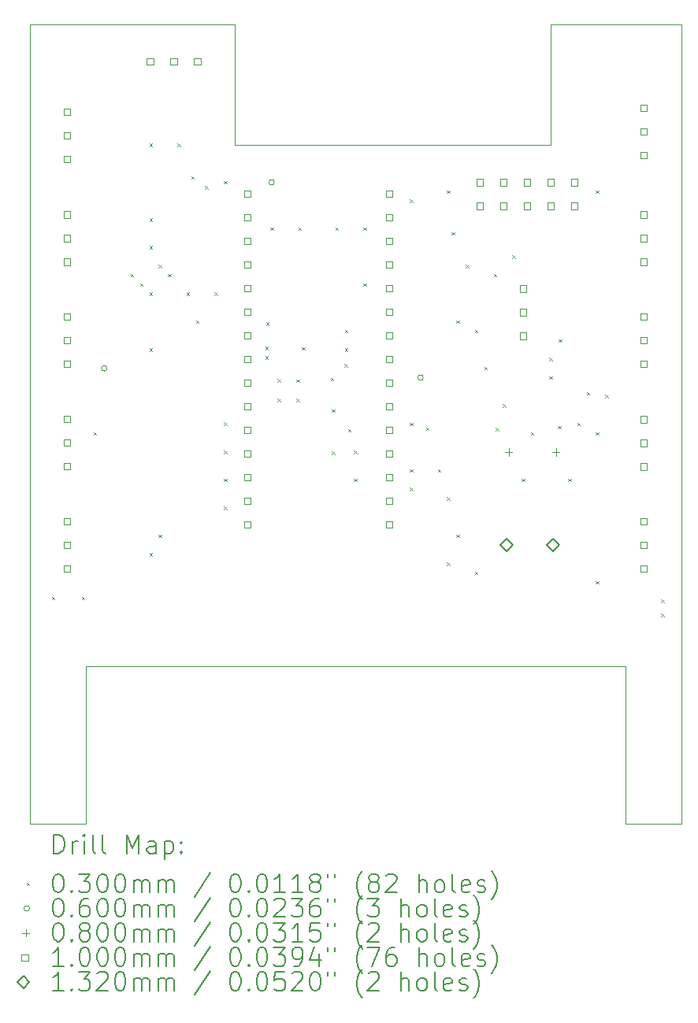
<source format=gbr>
%TF.GenerationSoftware,KiCad,Pcbnew,8.0.4*%
%TF.CreationDate,2025-01-16T20:27:30-05:00*%
%TF.ProjectId,eclipseControlPCB,65636c69-7073-4654-936f-6e74726f6c50,rev?*%
%TF.SameCoordinates,Original*%
%TF.FileFunction,Drillmap*%
%TF.FilePolarity,Positive*%
%FSLAX45Y45*%
G04 Gerber Fmt 4.5, Leading zero omitted, Abs format (unit mm)*
G04 Created by KiCad (PCBNEW 8.0.4) date 2025-01-16 20:27:30*
%MOMM*%
%LPD*%
G01*
G04 APERTURE LIST*
%ADD10C,0.050000*%
%ADD11C,0.200000*%
%ADD12C,0.100000*%
%ADD13C,0.132000*%
G04 APERTURE END LIST*
D10*
X2200000Y-10600000D02*
X2200000Y-2000000D01*
X7800000Y-3300000D02*
X7800000Y-2000000D01*
X2800000Y-10600000D02*
X2800000Y-8900000D01*
X9200000Y-2000000D02*
X9200000Y-10600000D01*
X2800000Y-10600000D02*
X2200000Y-10600000D01*
X2200000Y-2000000D02*
X4400000Y-2000000D01*
X4400000Y-2000000D02*
X4400000Y-3300000D01*
X8600000Y-10600000D02*
X8600000Y-8900000D01*
X8600000Y-8900000D02*
X2800000Y-8900000D01*
X7800000Y-2000000D02*
X9200000Y-2000000D01*
X9200000Y-10600000D02*
X8600000Y-10600000D01*
X4400000Y-3300000D02*
X7800000Y-3300000D01*
D11*
D12*
X2435736Y-8156458D02*
X2465736Y-8186458D01*
X2465736Y-8156458D02*
X2435736Y-8186458D01*
X2757306Y-8156458D02*
X2787306Y-8186458D01*
X2787306Y-8156458D02*
X2757306Y-8186458D01*
X2885000Y-6385000D02*
X2915000Y-6415000D01*
X2915000Y-6385000D02*
X2885000Y-6415000D01*
X3285000Y-4685000D02*
X3315000Y-4715000D01*
X3315000Y-4685000D02*
X3285000Y-4715000D01*
X3385000Y-4785000D02*
X3415000Y-4815000D01*
X3415000Y-4785000D02*
X3385000Y-4815000D01*
X3485000Y-3285000D02*
X3515000Y-3315000D01*
X3515000Y-3285000D02*
X3485000Y-3315000D01*
X3485000Y-4085000D02*
X3515000Y-4115000D01*
X3515000Y-4085000D02*
X3485000Y-4115000D01*
X3485000Y-4385000D02*
X3515000Y-4415000D01*
X3515000Y-4385000D02*
X3485000Y-4415000D01*
X3485000Y-4885000D02*
X3515000Y-4915000D01*
X3515000Y-4885000D02*
X3485000Y-4915000D01*
X3485000Y-5485000D02*
X3515000Y-5515000D01*
X3515000Y-5485000D02*
X3485000Y-5515000D01*
X3485000Y-7685000D02*
X3515000Y-7715000D01*
X3515000Y-7685000D02*
X3485000Y-7715000D01*
X3585000Y-4585000D02*
X3615000Y-4615000D01*
X3615000Y-4585000D02*
X3585000Y-4615000D01*
X3585000Y-7485000D02*
X3615000Y-7515000D01*
X3615000Y-7485000D02*
X3585000Y-7515000D01*
X3685000Y-4685000D02*
X3715000Y-4715000D01*
X3715000Y-4685000D02*
X3685000Y-4715000D01*
X3785000Y-3285000D02*
X3815000Y-3315000D01*
X3815000Y-3285000D02*
X3785000Y-3315000D01*
X3885000Y-4885000D02*
X3915000Y-4915000D01*
X3915000Y-4885000D02*
X3885000Y-4915000D01*
X3935000Y-3635000D02*
X3965000Y-3665000D01*
X3965000Y-3635000D02*
X3935000Y-3665000D01*
X3985000Y-5185000D02*
X4015000Y-5215000D01*
X4015000Y-5185000D02*
X3985000Y-5215000D01*
X4085000Y-3740480D02*
X4115000Y-3770480D01*
X4115000Y-3740480D02*
X4085000Y-3770480D01*
X4185000Y-4885000D02*
X4215000Y-4915000D01*
X4215000Y-4885000D02*
X4185000Y-4915000D01*
X4285000Y-3685000D02*
X4315000Y-3715000D01*
X4315000Y-3685000D02*
X4285000Y-3715000D01*
X4285000Y-6280480D02*
X4315000Y-6310480D01*
X4315000Y-6280480D02*
X4285000Y-6310480D01*
X4285000Y-6585000D02*
X4315000Y-6615000D01*
X4315000Y-6585000D02*
X4285000Y-6615000D01*
X4285000Y-6885000D02*
X4315000Y-6915000D01*
X4315000Y-6885000D02*
X4285000Y-6915000D01*
X4285000Y-7185000D02*
X4315000Y-7215000D01*
X4315000Y-7185000D02*
X4285000Y-7215000D01*
X4730734Y-5570765D02*
X4760734Y-5600765D01*
X4760734Y-5570765D02*
X4730734Y-5600765D01*
X4733132Y-5465221D02*
X4763132Y-5495221D01*
X4763132Y-5465221D02*
X4733132Y-5495221D01*
X4741225Y-5205601D02*
X4771225Y-5235601D01*
X4771225Y-5205601D02*
X4741225Y-5235601D01*
X4785000Y-4185000D02*
X4815000Y-4215000D01*
X4815000Y-4185000D02*
X4785000Y-4215000D01*
X4861677Y-6024943D02*
X4891677Y-6054943D01*
X4891677Y-6024943D02*
X4861677Y-6054943D01*
X4863638Y-5816702D02*
X4893638Y-5846702D01*
X4893638Y-5816702D02*
X4863638Y-5846702D01*
X5066341Y-6024943D02*
X5096341Y-6054943D01*
X5096341Y-6024943D02*
X5066341Y-6054943D01*
X5066532Y-5819872D02*
X5096532Y-5849872D01*
X5096532Y-5819872D02*
X5066532Y-5849872D01*
X5085000Y-4185000D02*
X5115000Y-4215000D01*
X5115000Y-4185000D02*
X5085000Y-4215000D01*
X5124127Y-5472417D02*
X5154127Y-5502417D01*
X5154127Y-5472417D02*
X5124127Y-5502417D01*
X5433564Y-5803443D02*
X5463564Y-5833443D01*
X5463564Y-5803443D02*
X5433564Y-5833443D01*
X5446323Y-6139786D02*
X5476323Y-6169786D01*
X5476323Y-6139786D02*
X5446323Y-6169786D01*
X5446598Y-6593870D02*
X5476598Y-6623870D01*
X5476598Y-6593870D02*
X5446598Y-6623870D01*
X5485000Y-4185000D02*
X5515000Y-4215000D01*
X5515000Y-4185000D02*
X5485000Y-4215000D01*
X5581048Y-5654301D02*
X5611048Y-5684301D01*
X5611048Y-5654301D02*
X5581048Y-5684301D01*
X5585000Y-5285000D02*
X5615000Y-5315000D01*
X5615000Y-5285000D02*
X5585000Y-5315000D01*
X5585000Y-5485000D02*
X5615000Y-5515000D01*
X5615000Y-5485000D02*
X5585000Y-5515000D01*
X5618802Y-6351198D02*
X5648802Y-6381198D01*
X5648802Y-6351198D02*
X5618802Y-6381198D01*
X5685000Y-6585000D02*
X5715000Y-6615000D01*
X5715000Y-6585000D02*
X5685000Y-6615000D01*
X5685000Y-6885000D02*
X5715000Y-6915000D01*
X5715000Y-6885000D02*
X5685000Y-6915000D01*
X5785000Y-4185000D02*
X5815000Y-4215000D01*
X5815000Y-4185000D02*
X5785000Y-4215000D01*
X5785000Y-4785000D02*
X5815000Y-4815000D01*
X5815000Y-4785000D02*
X5785000Y-4815000D01*
X6285000Y-3885000D02*
X6315000Y-3915000D01*
X6315000Y-3885000D02*
X6285000Y-3915000D01*
X6285000Y-6285000D02*
X6315000Y-6315000D01*
X6315000Y-6285000D02*
X6285000Y-6315000D01*
X6285000Y-6785000D02*
X6315000Y-6815000D01*
X6315000Y-6785000D02*
X6285000Y-6815000D01*
X6285000Y-6985000D02*
X6315000Y-7015000D01*
X6315000Y-6985000D02*
X6285000Y-7015000D01*
X6458354Y-6333312D02*
X6488354Y-6363312D01*
X6488354Y-6333312D02*
X6458354Y-6363312D01*
X6585000Y-6785000D02*
X6615000Y-6815000D01*
X6615000Y-6785000D02*
X6585000Y-6815000D01*
X6685000Y-3785000D02*
X6715000Y-3815000D01*
X6715000Y-3785000D02*
X6685000Y-3815000D01*
X6685000Y-7085000D02*
X6715000Y-7115000D01*
X6715000Y-7085000D02*
X6685000Y-7115000D01*
X6685000Y-7785000D02*
X6715000Y-7815000D01*
X6715000Y-7785000D02*
X6685000Y-7815000D01*
X6735000Y-4235000D02*
X6765000Y-4265000D01*
X6765000Y-4235000D02*
X6735000Y-4265000D01*
X6785000Y-5185000D02*
X6815000Y-5215000D01*
X6815000Y-5185000D02*
X6785000Y-5215000D01*
X6785000Y-7485000D02*
X6815000Y-7515000D01*
X6815000Y-7485000D02*
X6785000Y-7515000D01*
X6885000Y-4585000D02*
X6915000Y-4615000D01*
X6915000Y-4585000D02*
X6885000Y-4615000D01*
X6985000Y-5285000D02*
X7015000Y-5315000D01*
X7015000Y-5285000D02*
X6985000Y-5315000D01*
X6985000Y-7885000D02*
X7015000Y-7915000D01*
X7015000Y-7885000D02*
X6985000Y-7915000D01*
X7085000Y-5685000D02*
X7115000Y-5715000D01*
X7115000Y-5685000D02*
X7085000Y-5715000D01*
X7185000Y-4685000D02*
X7215000Y-4715000D01*
X7215000Y-4685000D02*
X7185000Y-4715000D01*
X7209415Y-6337525D02*
X7239415Y-6367525D01*
X7239415Y-6337525D02*
X7209415Y-6367525D01*
X7285000Y-6085000D02*
X7315000Y-6115000D01*
X7315000Y-6085000D02*
X7285000Y-6115000D01*
X7385000Y-4485000D02*
X7415000Y-4515000D01*
X7415000Y-4485000D02*
X7385000Y-4515000D01*
X7485000Y-6885000D02*
X7515000Y-6915000D01*
X7515000Y-6885000D02*
X7485000Y-6915000D01*
X7585000Y-6385000D02*
X7615000Y-6415000D01*
X7615000Y-6385000D02*
X7585000Y-6415000D01*
X7785000Y-5585000D02*
X7815000Y-5615000D01*
X7815000Y-5585000D02*
X7785000Y-5615000D01*
X7785000Y-5785000D02*
X7815000Y-5815000D01*
X7815000Y-5785000D02*
X7785000Y-5815000D01*
X7875418Y-6319892D02*
X7905418Y-6349892D01*
X7905418Y-6319892D02*
X7875418Y-6349892D01*
X7885000Y-5385000D02*
X7915000Y-5415000D01*
X7915000Y-5385000D02*
X7885000Y-5415000D01*
X7985000Y-6885000D02*
X8015000Y-6915000D01*
X8015000Y-6885000D02*
X7985000Y-6915000D01*
X8085000Y-6285000D02*
X8115000Y-6315000D01*
X8115000Y-6285000D02*
X8085000Y-6315000D01*
X8185000Y-5953530D02*
X8215000Y-5983530D01*
X8215000Y-5953530D02*
X8185000Y-5983530D01*
X8285000Y-3785000D02*
X8315000Y-3815000D01*
X8315000Y-3785000D02*
X8285000Y-3815000D01*
X8285000Y-6385000D02*
X8315000Y-6415000D01*
X8315000Y-6385000D02*
X8285000Y-6415000D01*
X8285000Y-7985000D02*
X8315000Y-8015000D01*
X8315000Y-7985000D02*
X8285000Y-8015000D01*
X8385000Y-5985000D02*
X8415000Y-6015000D01*
X8415000Y-5985000D02*
X8385000Y-6015000D01*
X8985000Y-8185000D02*
X9015000Y-8215000D01*
X9015000Y-8185000D02*
X8985000Y-8215000D01*
X8985211Y-8338896D02*
X9015211Y-8368896D01*
X9015211Y-8338896D02*
X8985211Y-8368896D01*
X3030000Y-5700000D02*
G75*
G02*
X2970000Y-5700000I-30000J0D01*
G01*
X2970000Y-5700000D02*
G75*
G02*
X3030000Y-5700000I30000J0D01*
G01*
X4830000Y-3700000D02*
G75*
G02*
X4770000Y-3700000I-30000J0D01*
G01*
X4770000Y-3700000D02*
G75*
G02*
X4830000Y-3700000I30000J0D01*
G01*
X6430000Y-5800000D02*
G75*
G02*
X6370000Y-5800000I-30000J0D01*
G01*
X6370000Y-5800000D02*
G75*
G02*
X6430000Y-5800000I30000J0D01*
G01*
X7346000Y-6560000D02*
X7346000Y-6640000D01*
X7306000Y-6600000D02*
X7386000Y-6600000D01*
X7854000Y-6560000D02*
X7854000Y-6640000D01*
X7814000Y-6600000D02*
X7894000Y-6600000D01*
X2635356Y-2979856D02*
X2635356Y-2909144D01*
X2564644Y-2909144D01*
X2564644Y-2979856D01*
X2635356Y-2979856D01*
X2635356Y-3233856D02*
X2635356Y-3163144D01*
X2564644Y-3163144D01*
X2564644Y-3233856D01*
X2635356Y-3233856D01*
X2635356Y-3487856D02*
X2635356Y-3417144D01*
X2564644Y-3417144D01*
X2564644Y-3487856D01*
X2635356Y-3487856D01*
X2635356Y-4081356D02*
X2635356Y-4010644D01*
X2564644Y-4010644D01*
X2564644Y-4081356D01*
X2635356Y-4081356D01*
X2635356Y-4335356D02*
X2635356Y-4264644D01*
X2564644Y-4264644D01*
X2564644Y-4335356D01*
X2635356Y-4335356D01*
X2635356Y-4589356D02*
X2635356Y-4518644D01*
X2564644Y-4518644D01*
X2564644Y-4589356D01*
X2635356Y-4589356D01*
X2635356Y-5179856D02*
X2635356Y-5109144D01*
X2564644Y-5109144D01*
X2564644Y-5179856D01*
X2635356Y-5179856D01*
X2635356Y-5433856D02*
X2635356Y-5363144D01*
X2564644Y-5363144D01*
X2564644Y-5433856D01*
X2635356Y-5433856D01*
X2635356Y-5687856D02*
X2635356Y-5617144D01*
X2564644Y-5617144D01*
X2564644Y-5687856D01*
X2635356Y-5687856D01*
X2635356Y-6281356D02*
X2635356Y-6210644D01*
X2564644Y-6210644D01*
X2564644Y-6281356D01*
X2635356Y-6281356D01*
X2635356Y-6535356D02*
X2635356Y-6464644D01*
X2564644Y-6464644D01*
X2564644Y-6535356D01*
X2635356Y-6535356D01*
X2635356Y-6789356D02*
X2635356Y-6718644D01*
X2564644Y-6718644D01*
X2564644Y-6789356D01*
X2635356Y-6789356D01*
X2635356Y-7379856D02*
X2635356Y-7309144D01*
X2564644Y-7309144D01*
X2564644Y-7379856D01*
X2635356Y-7379856D01*
X2635356Y-7633856D02*
X2635356Y-7563144D01*
X2564644Y-7563144D01*
X2564644Y-7633856D01*
X2635356Y-7633856D01*
X2635356Y-7887856D02*
X2635356Y-7817144D01*
X2564644Y-7817144D01*
X2564644Y-7887856D01*
X2635356Y-7887856D01*
X3527356Y-2435356D02*
X3527356Y-2364644D01*
X3456644Y-2364644D01*
X3456644Y-2435356D01*
X3527356Y-2435356D01*
X3781356Y-2435356D02*
X3781356Y-2364644D01*
X3710644Y-2364644D01*
X3710644Y-2435356D01*
X3781356Y-2435356D01*
X4035356Y-2435356D02*
X4035356Y-2364644D01*
X3964644Y-2364644D01*
X3964644Y-2435356D01*
X4035356Y-2435356D01*
X4574356Y-3860836D02*
X4574356Y-3790124D01*
X4503644Y-3790124D01*
X4503644Y-3860836D01*
X4574356Y-3860836D01*
X4574356Y-4114836D02*
X4574356Y-4044124D01*
X4503644Y-4044124D01*
X4503644Y-4114836D01*
X4574356Y-4114836D01*
X4574356Y-4368836D02*
X4574356Y-4298124D01*
X4503644Y-4298124D01*
X4503644Y-4368836D01*
X4574356Y-4368836D01*
X4574356Y-4622836D02*
X4574356Y-4552124D01*
X4503644Y-4552124D01*
X4503644Y-4622836D01*
X4574356Y-4622836D01*
X4574356Y-4876836D02*
X4574356Y-4806124D01*
X4503644Y-4806124D01*
X4503644Y-4876836D01*
X4574356Y-4876836D01*
X4574356Y-5130836D02*
X4574356Y-5060124D01*
X4503644Y-5060124D01*
X4503644Y-5130836D01*
X4574356Y-5130836D01*
X4574356Y-5384836D02*
X4574356Y-5314124D01*
X4503644Y-5314124D01*
X4503644Y-5384836D01*
X4574356Y-5384836D01*
X4574356Y-5638836D02*
X4574356Y-5568124D01*
X4503644Y-5568124D01*
X4503644Y-5638836D01*
X4574356Y-5638836D01*
X4574356Y-5892836D02*
X4574356Y-5822124D01*
X4503644Y-5822124D01*
X4503644Y-5892836D01*
X4574356Y-5892836D01*
X4574356Y-6146836D02*
X4574356Y-6076124D01*
X4503644Y-6076124D01*
X4503644Y-6146836D01*
X4574356Y-6146836D01*
X4574356Y-6400836D02*
X4574356Y-6330124D01*
X4503644Y-6330124D01*
X4503644Y-6400836D01*
X4574356Y-6400836D01*
X4574356Y-6654836D02*
X4574356Y-6584124D01*
X4503644Y-6584124D01*
X4503644Y-6654836D01*
X4574356Y-6654836D01*
X4574356Y-6908836D02*
X4574356Y-6838124D01*
X4503644Y-6838124D01*
X4503644Y-6908836D01*
X4574356Y-6908836D01*
X4574356Y-7162836D02*
X4574356Y-7092124D01*
X4503644Y-7092124D01*
X4503644Y-7162836D01*
X4574356Y-7162836D01*
X4574356Y-7416836D02*
X4574356Y-7346124D01*
X4503644Y-7346124D01*
X4503644Y-7416836D01*
X4574356Y-7416836D01*
X6098356Y-3860836D02*
X6098356Y-3790124D01*
X6027644Y-3790124D01*
X6027644Y-3860836D01*
X6098356Y-3860836D01*
X6098356Y-4114836D02*
X6098356Y-4044124D01*
X6027644Y-4044124D01*
X6027644Y-4114836D01*
X6098356Y-4114836D01*
X6098356Y-4368836D02*
X6098356Y-4298124D01*
X6027644Y-4298124D01*
X6027644Y-4368836D01*
X6098356Y-4368836D01*
X6098356Y-4622836D02*
X6098356Y-4552124D01*
X6027644Y-4552124D01*
X6027644Y-4622836D01*
X6098356Y-4622836D01*
X6098356Y-4876836D02*
X6098356Y-4806124D01*
X6027644Y-4806124D01*
X6027644Y-4876836D01*
X6098356Y-4876836D01*
X6098356Y-5130836D02*
X6098356Y-5060124D01*
X6027644Y-5060124D01*
X6027644Y-5130836D01*
X6098356Y-5130836D01*
X6098356Y-5384836D02*
X6098356Y-5314124D01*
X6027644Y-5314124D01*
X6027644Y-5384836D01*
X6098356Y-5384836D01*
X6098356Y-5638836D02*
X6098356Y-5568124D01*
X6027644Y-5568124D01*
X6027644Y-5638836D01*
X6098356Y-5638836D01*
X6098356Y-5892836D02*
X6098356Y-5822124D01*
X6027644Y-5822124D01*
X6027644Y-5892836D01*
X6098356Y-5892836D01*
X6098356Y-6146836D02*
X6098356Y-6076124D01*
X6027644Y-6076124D01*
X6027644Y-6146836D01*
X6098356Y-6146836D01*
X6098356Y-6400836D02*
X6098356Y-6330124D01*
X6027644Y-6330124D01*
X6027644Y-6400836D01*
X6098356Y-6400836D01*
X6098356Y-6654836D02*
X6098356Y-6584124D01*
X6027644Y-6584124D01*
X6027644Y-6654836D01*
X6098356Y-6654836D01*
X6098356Y-6908836D02*
X6098356Y-6838124D01*
X6027644Y-6838124D01*
X6027644Y-6908836D01*
X6098356Y-6908836D01*
X6098356Y-7162836D02*
X6098356Y-7092124D01*
X6027644Y-7092124D01*
X6027644Y-7162836D01*
X6098356Y-7162836D01*
X6098356Y-7416836D02*
X6098356Y-7346124D01*
X6027644Y-7346124D01*
X6027644Y-7416836D01*
X6098356Y-7416836D01*
X7073356Y-3735356D02*
X7073356Y-3664644D01*
X7002644Y-3664644D01*
X7002644Y-3735356D01*
X7073356Y-3735356D01*
X7073356Y-3989356D02*
X7073356Y-3918644D01*
X7002644Y-3918644D01*
X7002644Y-3989356D01*
X7073356Y-3989356D01*
X7327356Y-3735356D02*
X7327356Y-3664644D01*
X7256644Y-3664644D01*
X7256644Y-3735356D01*
X7327356Y-3735356D01*
X7327356Y-3989356D02*
X7327356Y-3918644D01*
X7256644Y-3918644D01*
X7256644Y-3989356D01*
X7327356Y-3989356D01*
X7535356Y-4879856D02*
X7535356Y-4809144D01*
X7464644Y-4809144D01*
X7464644Y-4879856D01*
X7535356Y-4879856D01*
X7535356Y-5133856D02*
X7535356Y-5063144D01*
X7464644Y-5063144D01*
X7464644Y-5133856D01*
X7535356Y-5133856D01*
X7535356Y-5387856D02*
X7535356Y-5317144D01*
X7464644Y-5317144D01*
X7464644Y-5387856D01*
X7535356Y-5387856D01*
X7581356Y-3735356D02*
X7581356Y-3664644D01*
X7510644Y-3664644D01*
X7510644Y-3735356D01*
X7581356Y-3735356D01*
X7581356Y-3989356D02*
X7581356Y-3918644D01*
X7510644Y-3918644D01*
X7510644Y-3989356D01*
X7581356Y-3989356D01*
X7835356Y-3735356D02*
X7835356Y-3664644D01*
X7764644Y-3664644D01*
X7764644Y-3735356D01*
X7835356Y-3735356D01*
X7835356Y-3989356D02*
X7835356Y-3918644D01*
X7764644Y-3918644D01*
X7764644Y-3989356D01*
X7835356Y-3989356D01*
X8089356Y-3735356D02*
X8089356Y-3664644D01*
X8018644Y-3664644D01*
X8018644Y-3735356D01*
X8089356Y-3735356D01*
X8089356Y-3989356D02*
X8089356Y-3918644D01*
X8018644Y-3918644D01*
X8018644Y-3989356D01*
X8089356Y-3989356D01*
X8835356Y-2935356D02*
X8835356Y-2864644D01*
X8764644Y-2864644D01*
X8764644Y-2935356D01*
X8835356Y-2935356D01*
X8835356Y-3189356D02*
X8835356Y-3118644D01*
X8764644Y-3118644D01*
X8764644Y-3189356D01*
X8835356Y-3189356D01*
X8835356Y-3443356D02*
X8835356Y-3372644D01*
X8764644Y-3372644D01*
X8764644Y-3443356D01*
X8835356Y-3443356D01*
X8835356Y-4081356D02*
X8835356Y-4010644D01*
X8764644Y-4010644D01*
X8764644Y-4081356D01*
X8835356Y-4081356D01*
X8835356Y-4335356D02*
X8835356Y-4264644D01*
X8764644Y-4264644D01*
X8764644Y-4335356D01*
X8835356Y-4335356D01*
X8835356Y-4589356D02*
X8835356Y-4518644D01*
X8764644Y-4518644D01*
X8764644Y-4589356D01*
X8835356Y-4589356D01*
X8835356Y-5179856D02*
X8835356Y-5109144D01*
X8764644Y-5109144D01*
X8764644Y-5179856D01*
X8835356Y-5179856D01*
X8835356Y-5433856D02*
X8835356Y-5363144D01*
X8764644Y-5363144D01*
X8764644Y-5433856D01*
X8835356Y-5433856D01*
X8835356Y-5687856D02*
X8835356Y-5617144D01*
X8764644Y-5617144D01*
X8764644Y-5687856D01*
X8835356Y-5687856D01*
X8835356Y-6282856D02*
X8835356Y-6212144D01*
X8764644Y-6212144D01*
X8764644Y-6282856D01*
X8835356Y-6282856D01*
X8835356Y-6536856D02*
X8835356Y-6466144D01*
X8764644Y-6466144D01*
X8764644Y-6536856D01*
X8835356Y-6536856D01*
X8835356Y-6790856D02*
X8835356Y-6720144D01*
X8764644Y-6720144D01*
X8764644Y-6790856D01*
X8835356Y-6790856D01*
X8835356Y-7382856D02*
X8835356Y-7312144D01*
X8764644Y-7312144D01*
X8764644Y-7382856D01*
X8835356Y-7382856D01*
X8835356Y-7636856D02*
X8835356Y-7566144D01*
X8764644Y-7566144D01*
X8764644Y-7636856D01*
X8835356Y-7636856D01*
X8835356Y-7890856D02*
X8835356Y-7820144D01*
X8764644Y-7820144D01*
X8764644Y-7890856D01*
X8835356Y-7890856D01*
D13*
X7323500Y-7666000D02*
X7389500Y-7600000D01*
X7323500Y-7534000D01*
X7257500Y-7600000D01*
X7323500Y-7666000D01*
X7823500Y-7666000D02*
X7889500Y-7600000D01*
X7823500Y-7534000D01*
X7757500Y-7600000D01*
X7823500Y-7666000D01*
D11*
X2458277Y-10913984D02*
X2458277Y-10713984D01*
X2458277Y-10713984D02*
X2505896Y-10713984D01*
X2505896Y-10713984D02*
X2534467Y-10723508D01*
X2534467Y-10723508D02*
X2553515Y-10742555D01*
X2553515Y-10742555D02*
X2563039Y-10761603D01*
X2563039Y-10761603D02*
X2572563Y-10799698D01*
X2572563Y-10799698D02*
X2572563Y-10828270D01*
X2572563Y-10828270D02*
X2563039Y-10866365D01*
X2563039Y-10866365D02*
X2553515Y-10885412D01*
X2553515Y-10885412D02*
X2534467Y-10904460D01*
X2534467Y-10904460D02*
X2505896Y-10913984D01*
X2505896Y-10913984D02*
X2458277Y-10913984D01*
X2658277Y-10913984D02*
X2658277Y-10780650D01*
X2658277Y-10818746D02*
X2667801Y-10799698D01*
X2667801Y-10799698D02*
X2677324Y-10790174D01*
X2677324Y-10790174D02*
X2696372Y-10780650D01*
X2696372Y-10780650D02*
X2715420Y-10780650D01*
X2782086Y-10913984D02*
X2782086Y-10780650D01*
X2782086Y-10713984D02*
X2772563Y-10723508D01*
X2772563Y-10723508D02*
X2782086Y-10733031D01*
X2782086Y-10733031D02*
X2791610Y-10723508D01*
X2791610Y-10723508D02*
X2782086Y-10713984D01*
X2782086Y-10713984D02*
X2782086Y-10733031D01*
X2905896Y-10913984D02*
X2886848Y-10904460D01*
X2886848Y-10904460D02*
X2877324Y-10885412D01*
X2877324Y-10885412D02*
X2877324Y-10713984D01*
X3010658Y-10913984D02*
X2991610Y-10904460D01*
X2991610Y-10904460D02*
X2982086Y-10885412D01*
X2982086Y-10885412D02*
X2982086Y-10713984D01*
X3239229Y-10913984D02*
X3239229Y-10713984D01*
X3239229Y-10713984D02*
X3305896Y-10856841D01*
X3305896Y-10856841D02*
X3372562Y-10713984D01*
X3372562Y-10713984D02*
X3372562Y-10913984D01*
X3553515Y-10913984D02*
X3553515Y-10809222D01*
X3553515Y-10809222D02*
X3543991Y-10790174D01*
X3543991Y-10790174D02*
X3524943Y-10780650D01*
X3524943Y-10780650D02*
X3486848Y-10780650D01*
X3486848Y-10780650D02*
X3467801Y-10790174D01*
X3553515Y-10904460D02*
X3534467Y-10913984D01*
X3534467Y-10913984D02*
X3486848Y-10913984D01*
X3486848Y-10913984D02*
X3467801Y-10904460D01*
X3467801Y-10904460D02*
X3458277Y-10885412D01*
X3458277Y-10885412D02*
X3458277Y-10866365D01*
X3458277Y-10866365D02*
X3467801Y-10847317D01*
X3467801Y-10847317D02*
X3486848Y-10837793D01*
X3486848Y-10837793D02*
X3534467Y-10837793D01*
X3534467Y-10837793D02*
X3553515Y-10828270D01*
X3648753Y-10780650D02*
X3648753Y-10980650D01*
X3648753Y-10790174D02*
X3667801Y-10780650D01*
X3667801Y-10780650D02*
X3705896Y-10780650D01*
X3705896Y-10780650D02*
X3724943Y-10790174D01*
X3724943Y-10790174D02*
X3734467Y-10799698D01*
X3734467Y-10799698D02*
X3743991Y-10818746D01*
X3743991Y-10818746D02*
X3743991Y-10875889D01*
X3743991Y-10875889D02*
X3734467Y-10894936D01*
X3734467Y-10894936D02*
X3724943Y-10904460D01*
X3724943Y-10904460D02*
X3705896Y-10913984D01*
X3705896Y-10913984D02*
X3667801Y-10913984D01*
X3667801Y-10913984D02*
X3648753Y-10904460D01*
X3829705Y-10894936D02*
X3839229Y-10904460D01*
X3839229Y-10904460D02*
X3829705Y-10913984D01*
X3829705Y-10913984D02*
X3820182Y-10904460D01*
X3820182Y-10904460D02*
X3829705Y-10894936D01*
X3829705Y-10894936D02*
X3829705Y-10913984D01*
X3829705Y-10790174D02*
X3839229Y-10799698D01*
X3839229Y-10799698D02*
X3829705Y-10809222D01*
X3829705Y-10809222D02*
X3820182Y-10799698D01*
X3820182Y-10799698D02*
X3829705Y-10790174D01*
X3829705Y-10790174D02*
X3829705Y-10809222D01*
D12*
X2167500Y-11227500D02*
X2197500Y-11257500D01*
X2197500Y-11227500D02*
X2167500Y-11257500D01*
D11*
X2496372Y-11133984D02*
X2515420Y-11133984D01*
X2515420Y-11133984D02*
X2534467Y-11143508D01*
X2534467Y-11143508D02*
X2543991Y-11153031D01*
X2543991Y-11153031D02*
X2553515Y-11172079D01*
X2553515Y-11172079D02*
X2563039Y-11210174D01*
X2563039Y-11210174D02*
X2563039Y-11257793D01*
X2563039Y-11257793D02*
X2553515Y-11295888D01*
X2553515Y-11295888D02*
X2543991Y-11314936D01*
X2543991Y-11314936D02*
X2534467Y-11324460D01*
X2534467Y-11324460D02*
X2515420Y-11333984D01*
X2515420Y-11333984D02*
X2496372Y-11333984D01*
X2496372Y-11333984D02*
X2477324Y-11324460D01*
X2477324Y-11324460D02*
X2467801Y-11314936D01*
X2467801Y-11314936D02*
X2458277Y-11295888D01*
X2458277Y-11295888D02*
X2448753Y-11257793D01*
X2448753Y-11257793D02*
X2448753Y-11210174D01*
X2448753Y-11210174D02*
X2458277Y-11172079D01*
X2458277Y-11172079D02*
X2467801Y-11153031D01*
X2467801Y-11153031D02*
X2477324Y-11143508D01*
X2477324Y-11143508D02*
X2496372Y-11133984D01*
X2648753Y-11314936D02*
X2658277Y-11324460D01*
X2658277Y-11324460D02*
X2648753Y-11333984D01*
X2648753Y-11333984D02*
X2639229Y-11324460D01*
X2639229Y-11324460D02*
X2648753Y-11314936D01*
X2648753Y-11314936D02*
X2648753Y-11333984D01*
X2724944Y-11133984D02*
X2848753Y-11133984D01*
X2848753Y-11133984D02*
X2782086Y-11210174D01*
X2782086Y-11210174D02*
X2810658Y-11210174D01*
X2810658Y-11210174D02*
X2829705Y-11219698D01*
X2829705Y-11219698D02*
X2839229Y-11229222D01*
X2839229Y-11229222D02*
X2848753Y-11248269D01*
X2848753Y-11248269D02*
X2848753Y-11295888D01*
X2848753Y-11295888D02*
X2839229Y-11314936D01*
X2839229Y-11314936D02*
X2829705Y-11324460D01*
X2829705Y-11324460D02*
X2810658Y-11333984D01*
X2810658Y-11333984D02*
X2753515Y-11333984D01*
X2753515Y-11333984D02*
X2734467Y-11324460D01*
X2734467Y-11324460D02*
X2724944Y-11314936D01*
X2972562Y-11133984D02*
X2991610Y-11133984D01*
X2991610Y-11133984D02*
X3010658Y-11143508D01*
X3010658Y-11143508D02*
X3020182Y-11153031D01*
X3020182Y-11153031D02*
X3029705Y-11172079D01*
X3029705Y-11172079D02*
X3039229Y-11210174D01*
X3039229Y-11210174D02*
X3039229Y-11257793D01*
X3039229Y-11257793D02*
X3029705Y-11295888D01*
X3029705Y-11295888D02*
X3020182Y-11314936D01*
X3020182Y-11314936D02*
X3010658Y-11324460D01*
X3010658Y-11324460D02*
X2991610Y-11333984D01*
X2991610Y-11333984D02*
X2972562Y-11333984D01*
X2972562Y-11333984D02*
X2953515Y-11324460D01*
X2953515Y-11324460D02*
X2943991Y-11314936D01*
X2943991Y-11314936D02*
X2934467Y-11295888D01*
X2934467Y-11295888D02*
X2924943Y-11257793D01*
X2924943Y-11257793D02*
X2924943Y-11210174D01*
X2924943Y-11210174D02*
X2934467Y-11172079D01*
X2934467Y-11172079D02*
X2943991Y-11153031D01*
X2943991Y-11153031D02*
X2953515Y-11143508D01*
X2953515Y-11143508D02*
X2972562Y-11133984D01*
X3163039Y-11133984D02*
X3182086Y-11133984D01*
X3182086Y-11133984D02*
X3201134Y-11143508D01*
X3201134Y-11143508D02*
X3210658Y-11153031D01*
X3210658Y-11153031D02*
X3220182Y-11172079D01*
X3220182Y-11172079D02*
X3229705Y-11210174D01*
X3229705Y-11210174D02*
X3229705Y-11257793D01*
X3229705Y-11257793D02*
X3220182Y-11295888D01*
X3220182Y-11295888D02*
X3210658Y-11314936D01*
X3210658Y-11314936D02*
X3201134Y-11324460D01*
X3201134Y-11324460D02*
X3182086Y-11333984D01*
X3182086Y-11333984D02*
X3163039Y-11333984D01*
X3163039Y-11333984D02*
X3143991Y-11324460D01*
X3143991Y-11324460D02*
X3134467Y-11314936D01*
X3134467Y-11314936D02*
X3124943Y-11295888D01*
X3124943Y-11295888D02*
X3115420Y-11257793D01*
X3115420Y-11257793D02*
X3115420Y-11210174D01*
X3115420Y-11210174D02*
X3124943Y-11172079D01*
X3124943Y-11172079D02*
X3134467Y-11153031D01*
X3134467Y-11153031D02*
X3143991Y-11143508D01*
X3143991Y-11143508D02*
X3163039Y-11133984D01*
X3315420Y-11333984D02*
X3315420Y-11200650D01*
X3315420Y-11219698D02*
X3324943Y-11210174D01*
X3324943Y-11210174D02*
X3343991Y-11200650D01*
X3343991Y-11200650D02*
X3372563Y-11200650D01*
X3372563Y-11200650D02*
X3391610Y-11210174D01*
X3391610Y-11210174D02*
X3401134Y-11229222D01*
X3401134Y-11229222D02*
X3401134Y-11333984D01*
X3401134Y-11229222D02*
X3410658Y-11210174D01*
X3410658Y-11210174D02*
X3429705Y-11200650D01*
X3429705Y-11200650D02*
X3458277Y-11200650D01*
X3458277Y-11200650D02*
X3477324Y-11210174D01*
X3477324Y-11210174D02*
X3486848Y-11229222D01*
X3486848Y-11229222D02*
X3486848Y-11333984D01*
X3582086Y-11333984D02*
X3582086Y-11200650D01*
X3582086Y-11219698D02*
X3591610Y-11210174D01*
X3591610Y-11210174D02*
X3610658Y-11200650D01*
X3610658Y-11200650D02*
X3639229Y-11200650D01*
X3639229Y-11200650D02*
X3658277Y-11210174D01*
X3658277Y-11210174D02*
X3667801Y-11229222D01*
X3667801Y-11229222D02*
X3667801Y-11333984D01*
X3667801Y-11229222D02*
X3677324Y-11210174D01*
X3677324Y-11210174D02*
X3696372Y-11200650D01*
X3696372Y-11200650D02*
X3724943Y-11200650D01*
X3724943Y-11200650D02*
X3743991Y-11210174D01*
X3743991Y-11210174D02*
X3753515Y-11229222D01*
X3753515Y-11229222D02*
X3753515Y-11333984D01*
X4143991Y-11124460D02*
X3972563Y-11381603D01*
X4401134Y-11133984D02*
X4420182Y-11133984D01*
X4420182Y-11133984D02*
X4439229Y-11143508D01*
X4439229Y-11143508D02*
X4448753Y-11153031D01*
X4448753Y-11153031D02*
X4458277Y-11172079D01*
X4458277Y-11172079D02*
X4467801Y-11210174D01*
X4467801Y-11210174D02*
X4467801Y-11257793D01*
X4467801Y-11257793D02*
X4458277Y-11295888D01*
X4458277Y-11295888D02*
X4448753Y-11314936D01*
X4448753Y-11314936D02*
X4439229Y-11324460D01*
X4439229Y-11324460D02*
X4420182Y-11333984D01*
X4420182Y-11333984D02*
X4401134Y-11333984D01*
X4401134Y-11333984D02*
X4382087Y-11324460D01*
X4382087Y-11324460D02*
X4372563Y-11314936D01*
X4372563Y-11314936D02*
X4363039Y-11295888D01*
X4363039Y-11295888D02*
X4353515Y-11257793D01*
X4353515Y-11257793D02*
X4353515Y-11210174D01*
X4353515Y-11210174D02*
X4363039Y-11172079D01*
X4363039Y-11172079D02*
X4372563Y-11153031D01*
X4372563Y-11153031D02*
X4382087Y-11143508D01*
X4382087Y-11143508D02*
X4401134Y-11133984D01*
X4553515Y-11314936D02*
X4563039Y-11324460D01*
X4563039Y-11324460D02*
X4553515Y-11333984D01*
X4553515Y-11333984D02*
X4543991Y-11324460D01*
X4543991Y-11324460D02*
X4553515Y-11314936D01*
X4553515Y-11314936D02*
X4553515Y-11333984D01*
X4686848Y-11133984D02*
X4705896Y-11133984D01*
X4705896Y-11133984D02*
X4724944Y-11143508D01*
X4724944Y-11143508D02*
X4734468Y-11153031D01*
X4734468Y-11153031D02*
X4743991Y-11172079D01*
X4743991Y-11172079D02*
X4753515Y-11210174D01*
X4753515Y-11210174D02*
X4753515Y-11257793D01*
X4753515Y-11257793D02*
X4743991Y-11295888D01*
X4743991Y-11295888D02*
X4734468Y-11314936D01*
X4734468Y-11314936D02*
X4724944Y-11324460D01*
X4724944Y-11324460D02*
X4705896Y-11333984D01*
X4705896Y-11333984D02*
X4686848Y-11333984D01*
X4686848Y-11333984D02*
X4667801Y-11324460D01*
X4667801Y-11324460D02*
X4658277Y-11314936D01*
X4658277Y-11314936D02*
X4648753Y-11295888D01*
X4648753Y-11295888D02*
X4639229Y-11257793D01*
X4639229Y-11257793D02*
X4639229Y-11210174D01*
X4639229Y-11210174D02*
X4648753Y-11172079D01*
X4648753Y-11172079D02*
X4658277Y-11153031D01*
X4658277Y-11153031D02*
X4667801Y-11143508D01*
X4667801Y-11143508D02*
X4686848Y-11133984D01*
X4943991Y-11333984D02*
X4829706Y-11333984D01*
X4886848Y-11333984D02*
X4886848Y-11133984D01*
X4886848Y-11133984D02*
X4867801Y-11162555D01*
X4867801Y-11162555D02*
X4848753Y-11181603D01*
X4848753Y-11181603D02*
X4829706Y-11191127D01*
X5134468Y-11333984D02*
X5020182Y-11333984D01*
X5077325Y-11333984D02*
X5077325Y-11133984D01*
X5077325Y-11133984D02*
X5058277Y-11162555D01*
X5058277Y-11162555D02*
X5039229Y-11181603D01*
X5039229Y-11181603D02*
X5020182Y-11191127D01*
X5248753Y-11219698D02*
X5229706Y-11210174D01*
X5229706Y-11210174D02*
X5220182Y-11200650D01*
X5220182Y-11200650D02*
X5210658Y-11181603D01*
X5210658Y-11181603D02*
X5210658Y-11172079D01*
X5210658Y-11172079D02*
X5220182Y-11153031D01*
X5220182Y-11153031D02*
X5229706Y-11143508D01*
X5229706Y-11143508D02*
X5248753Y-11133984D01*
X5248753Y-11133984D02*
X5286849Y-11133984D01*
X5286849Y-11133984D02*
X5305896Y-11143508D01*
X5305896Y-11143508D02*
X5315420Y-11153031D01*
X5315420Y-11153031D02*
X5324944Y-11172079D01*
X5324944Y-11172079D02*
X5324944Y-11181603D01*
X5324944Y-11181603D02*
X5315420Y-11200650D01*
X5315420Y-11200650D02*
X5305896Y-11210174D01*
X5305896Y-11210174D02*
X5286849Y-11219698D01*
X5286849Y-11219698D02*
X5248753Y-11219698D01*
X5248753Y-11219698D02*
X5229706Y-11229222D01*
X5229706Y-11229222D02*
X5220182Y-11238746D01*
X5220182Y-11238746D02*
X5210658Y-11257793D01*
X5210658Y-11257793D02*
X5210658Y-11295888D01*
X5210658Y-11295888D02*
X5220182Y-11314936D01*
X5220182Y-11314936D02*
X5229706Y-11324460D01*
X5229706Y-11324460D02*
X5248753Y-11333984D01*
X5248753Y-11333984D02*
X5286849Y-11333984D01*
X5286849Y-11333984D02*
X5305896Y-11324460D01*
X5305896Y-11324460D02*
X5315420Y-11314936D01*
X5315420Y-11314936D02*
X5324944Y-11295888D01*
X5324944Y-11295888D02*
X5324944Y-11257793D01*
X5324944Y-11257793D02*
X5315420Y-11238746D01*
X5315420Y-11238746D02*
X5305896Y-11229222D01*
X5305896Y-11229222D02*
X5286849Y-11219698D01*
X5401134Y-11133984D02*
X5401134Y-11172079D01*
X5477325Y-11133984D02*
X5477325Y-11172079D01*
X5772563Y-11410174D02*
X5763039Y-11400650D01*
X5763039Y-11400650D02*
X5743991Y-11372079D01*
X5743991Y-11372079D02*
X5734468Y-11353031D01*
X5734468Y-11353031D02*
X5724944Y-11324460D01*
X5724944Y-11324460D02*
X5715420Y-11276841D01*
X5715420Y-11276841D02*
X5715420Y-11238746D01*
X5715420Y-11238746D02*
X5724944Y-11191127D01*
X5724944Y-11191127D02*
X5734468Y-11162555D01*
X5734468Y-11162555D02*
X5743991Y-11143508D01*
X5743991Y-11143508D02*
X5763039Y-11114936D01*
X5763039Y-11114936D02*
X5772563Y-11105412D01*
X5877325Y-11219698D02*
X5858277Y-11210174D01*
X5858277Y-11210174D02*
X5848753Y-11200650D01*
X5848753Y-11200650D02*
X5839229Y-11181603D01*
X5839229Y-11181603D02*
X5839229Y-11172079D01*
X5839229Y-11172079D02*
X5848753Y-11153031D01*
X5848753Y-11153031D02*
X5858277Y-11143508D01*
X5858277Y-11143508D02*
X5877325Y-11133984D01*
X5877325Y-11133984D02*
X5915420Y-11133984D01*
X5915420Y-11133984D02*
X5934468Y-11143508D01*
X5934468Y-11143508D02*
X5943991Y-11153031D01*
X5943991Y-11153031D02*
X5953515Y-11172079D01*
X5953515Y-11172079D02*
X5953515Y-11181603D01*
X5953515Y-11181603D02*
X5943991Y-11200650D01*
X5943991Y-11200650D02*
X5934468Y-11210174D01*
X5934468Y-11210174D02*
X5915420Y-11219698D01*
X5915420Y-11219698D02*
X5877325Y-11219698D01*
X5877325Y-11219698D02*
X5858277Y-11229222D01*
X5858277Y-11229222D02*
X5848753Y-11238746D01*
X5848753Y-11238746D02*
X5839229Y-11257793D01*
X5839229Y-11257793D02*
X5839229Y-11295888D01*
X5839229Y-11295888D02*
X5848753Y-11314936D01*
X5848753Y-11314936D02*
X5858277Y-11324460D01*
X5858277Y-11324460D02*
X5877325Y-11333984D01*
X5877325Y-11333984D02*
X5915420Y-11333984D01*
X5915420Y-11333984D02*
X5934468Y-11324460D01*
X5934468Y-11324460D02*
X5943991Y-11314936D01*
X5943991Y-11314936D02*
X5953515Y-11295888D01*
X5953515Y-11295888D02*
X5953515Y-11257793D01*
X5953515Y-11257793D02*
X5943991Y-11238746D01*
X5943991Y-11238746D02*
X5934468Y-11229222D01*
X5934468Y-11229222D02*
X5915420Y-11219698D01*
X6029706Y-11153031D02*
X6039229Y-11143508D01*
X6039229Y-11143508D02*
X6058277Y-11133984D01*
X6058277Y-11133984D02*
X6105896Y-11133984D01*
X6105896Y-11133984D02*
X6124944Y-11143508D01*
X6124944Y-11143508D02*
X6134468Y-11153031D01*
X6134468Y-11153031D02*
X6143991Y-11172079D01*
X6143991Y-11172079D02*
X6143991Y-11191127D01*
X6143991Y-11191127D02*
X6134468Y-11219698D01*
X6134468Y-11219698D02*
X6020182Y-11333984D01*
X6020182Y-11333984D02*
X6143991Y-11333984D01*
X6382087Y-11333984D02*
X6382087Y-11133984D01*
X6467801Y-11333984D02*
X6467801Y-11229222D01*
X6467801Y-11229222D02*
X6458277Y-11210174D01*
X6458277Y-11210174D02*
X6439230Y-11200650D01*
X6439230Y-11200650D02*
X6410658Y-11200650D01*
X6410658Y-11200650D02*
X6391610Y-11210174D01*
X6391610Y-11210174D02*
X6382087Y-11219698D01*
X6591610Y-11333984D02*
X6572563Y-11324460D01*
X6572563Y-11324460D02*
X6563039Y-11314936D01*
X6563039Y-11314936D02*
X6553515Y-11295888D01*
X6553515Y-11295888D02*
X6553515Y-11238746D01*
X6553515Y-11238746D02*
X6563039Y-11219698D01*
X6563039Y-11219698D02*
X6572563Y-11210174D01*
X6572563Y-11210174D02*
X6591610Y-11200650D01*
X6591610Y-11200650D02*
X6620182Y-11200650D01*
X6620182Y-11200650D02*
X6639230Y-11210174D01*
X6639230Y-11210174D02*
X6648753Y-11219698D01*
X6648753Y-11219698D02*
X6658277Y-11238746D01*
X6658277Y-11238746D02*
X6658277Y-11295888D01*
X6658277Y-11295888D02*
X6648753Y-11314936D01*
X6648753Y-11314936D02*
X6639230Y-11324460D01*
X6639230Y-11324460D02*
X6620182Y-11333984D01*
X6620182Y-11333984D02*
X6591610Y-11333984D01*
X6772563Y-11333984D02*
X6753515Y-11324460D01*
X6753515Y-11324460D02*
X6743991Y-11305412D01*
X6743991Y-11305412D02*
X6743991Y-11133984D01*
X6924944Y-11324460D02*
X6905896Y-11333984D01*
X6905896Y-11333984D02*
X6867801Y-11333984D01*
X6867801Y-11333984D02*
X6848753Y-11324460D01*
X6848753Y-11324460D02*
X6839230Y-11305412D01*
X6839230Y-11305412D02*
X6839230Y-11229222D01*
X6839230Y-11229222D02*
X6848753Y-11210174D01*
X6848753Y-11210174D02*
X6867801Y-11200650D01*
X6867801Y-11200650D02*
X6905896Y-11200650D01*
X6905896Y-11200650D02*
X6924944Y-11210174D01*
X6924944Y-11210174D02*
X6934468Y-11229222D01*
X6934468Y-11229222D02*
X6934468Y-11248269D01*
X6934468Y-11248269D02*
X6839230Y-11267317D01*
X7010658Y-11324460D02*
X7029706Y-11333984D01*
X7029706Y-11333984D02*
X7067801Y-11333984D01*
X7067801Y-11333984D02*
X7086849Y-11324460D01*
X7086849Y-11324460D02*
X7096372Y-11305412D01*
X7096372Y-11305412D02*
X7096372Y-11295888D01*
X7096372Y-11295888D02*
X7086849Y-11276841D01*
X7086849Y-11276841D02*
X7067801Y-11267317D01*
X7067801Y-11267317D02*
X7039230Y-11267317D01*
X7039230Y-11267317D02*
X7020182Y-11257793D01*
X7020182Y-11257793D02*
X7010658Y-11238746D01*
X7010658Y-11238746D02*
X7010658Y-11229222D01*
X7010658Y-11229222D02*
X7020182Y-11210174D01*
X7020182Y-11210174D02*
X7039230Y-11200650D01*
X7039230Y-11200650D02*
X7067801Y-11200650D01*
X7067801Y-11200650D02*
X7086849Y-11210174D01*
X7163039Y-11410174D02*
X7172563Y-11400650D01*
X7172563Y-11400650D02*
X7191611Y-11372079D01*
X7191611Y-11372079D02*
X7201134Y-11353031D01*
X7201134Y-11353031D02*
X7210658Y-11324460D01*
X7210658Y-11324460D02*
X7220182Y-11276841D01*
X7220182Y-11276841D02*
X7220182Y-11238746D01*
X7220182Y-11238746D02*
X7210658Y-11191127D01*
X7210658Y-11191127D02*
X7201134Y-11162555D01*
X7201134Y-11162555D02*
X7191611Y-11143508D01*
X7191611Y-11143508D02*
X7172563Y-11114936D01*
X7172563Y-11114936D02*
X7163039Y-11105412D01*
D12*
X2197500Y-11506500D02*
G75*
G02*
X2137500Y-11506500I-30000J0D01*
G01*
X2137500Y-11506500D02*
G75*
G02*
X2197500Y-11506500I30000J0D01*
G01*
D11*
X2496372Y-11397984D02*
X2515420Y-11397984D01*
X2515420Y-11397984D02*
X2534467Y-11407508D01*
X2534467Y-11407508D02*
X2543991Y-11417031D01*
X2543991Y-11417031D02*
X2553515Y-11436079D01*
X2553515Y-11436079D02*
X2563039Y-11474174D01*
X2563039Y-11474174D02*
X2563039Y-11521793D01*
X2563039Y-11521793D02*
X2553515Y-11559888D01*
X2553515Y-11559888D02*
X2543991Y-11578936D01*
X2543991Y-11578936D02*
X2534467Y-11588460D01*
X2534467Y-11588460D02*
X2515420Y-11597984D01*
X2515420Y-11597984D02*
X2496372Y-11597984D01*
X2496372Y-11597984D02*
X2477324Y-11588460D01*
X2477324Y-11588460D02*
X2467801Y-11578936D01*
X2467801Y-11578936D02*
X2458277Y-11559888D01*
X2458277Y-11559888D02*
X2448753Y-11521793D01*
X2448753Y-11521793D02*
X2448753Y-11474174D01*
X2448753Y-11474174D02*
X2458277Y-11436079D01*
X2458277Y-11436079D02*
X2467801Y-11417031D01*
X2467801Y-11417031D02*
X2477324Y-11407508D01*
X2477324Y-11407508D02*
X2496372Y-11397984D01*
X2648753Y-11578936D02*
X2658277Y-11588460D01*
X2658277Y-11588460D02*
X2648753Y-11597984D01*
X2648753Y-11597984D02*
X2639229Y-11588460D01*
X2639229Y-11588460D02*
X2648753Y-11578936D01*
X2648753Y-11578936D02*
X2648753Y-11597984D01*
X2829705Y-11397984D02*
X2791610Y-11397984D01*
X2791610Y-11397984D02*
X2772563Y-11407508D01*
X2772563Y-11407508D02*
X2763039Y-11417031D01*
X2763039Y-11417031D02*
X2743991Y-11445603D01*
X2743991Y-11445603D02*
X2734467Y-11483698D01*
X2734467Y-11483698D02*
X2734467Y-11559888D01*
X2734467Y-11559888D02*
X2743991Y-11578936D01*
X2743991Y-11578936D02*
X2753515Y-11588460D01*
X2753515Y-11588460D02*
X2772563Y-11597984D01*
X2772563Y-11597984D02*
X2810658Y-11597984D01*
X2810658Y-11597984D02*
X2829705Y-11588460D01*
X2829705Y-11588460D02*
X2839229Y-11578936D01*
X2839229Y-11578936D02*
X2848753Y-11559888D01*
X2848753Y-11559888D02*
X2848753Y-11512269D01*
X2848753Y-11512269D02*
X2839229Y-11493222D01*
X2839229Y-11493222D02*
X2829705Y-11483698D01*
X2829705Y-11483698D02*
X2810658Y-11474174D01*
X2810658Y-11474174D02*
X2772563Y-11474174D01*
X2772563Y-11474174D02*
X2753515Y-11483698D01*
X2753515Y-11483698D02*
X2743991Y-11493222D01*
X2743991Y-11493222D02*
X2734467Y-11512269D01*
X2972562Y-11397984D02*
X2991610Y-11397984D01*
X2991610Y-11397984D02*
X3010658Y-11407508D01*
X3010658Y-11407508D02*
X3020182Y-11417031D01*
X3020182Y-11417031D02*
X3029705Y-11436079D01*
X3029705Y-11436079D02*
X3039229Y-11474174D01*
X3039229Y-11474174D02*
X3039229Y-11521793D01*
X3039229Y-11521793D02*
X3029705Y-11559888D01*
X3029705Y-11559888D02*
X3020182Y-11578936D01*
X3020182Y-11578936D02*
X3010658Y-11588460D01*
X3010658Y-11588460D02*
X2991610Y-11597984D01*
X2991610Y-11597984D02*
X2972562Y-11597984D01*
X2972562Y-11597984D02*
X2953515Y-11588460D01*
X2953515Y-11588460D02*
X2943991Y-11578936D01*
X2943991Y-11578936D02*
X2934467Y-11559888D01*
X2934467Y-11559888D02*
X2924943Y-11521793D01*
X2924943Y-11521793D02*
X2924943Y-11474174D01*
X2924943Y-11474174D02*
X2934467Y-11436079D01*
X2934467Y-11436079D02*
X2943991Y-11417031D01*
X2943991Y-11417031D02*
X2953515Y-11407508D01*
X2953515Y-11407508D02*
X2972562Y-11397984D01*
X3163039Y-11397984D02*
X3182086Y-11397984D01*
X3182086Y-11397984D02*
X3201134Y-11407508D01*
X3201134Y-11407508D02*
X3210658Y-11417031D01*
X3210658Y-11417031D02*
X3220182Y-11436079D01*
X3220182Y-11436079D02*
X3229705Y-11474174D01*
X3229705Y-11474174D02*
X3229705Y-11521793D01*
X3229705Y-11521793D02*
X3220182Y-11559888D01*
X3220182Y-11559888D02*
X3210658Y-11578936D01*
X3210658Y-11578936D02*
X3201134Y-11588460D01*
X3201134Y-11588460D02*
X3182086Y-11597984D01*
X3182086Y-11597984D02*
X3163039Y-11597984D01*
X3163039Y-11597984D02*
X3143991Y-11588460D01*
X3143991Y-11588460D02*
X3134467Y-11578936D01*
X3134467Y-11578936D02*
X3124943Y-11559888D01*
X3124943Y-11559888D02*
X3115420Y-11521793D01*
X3115420Y-11521793D02*
X3115420Y-11474174D01*
X3115420Y-11474174D02*
X3124943Y-11436079D01*
X3124943Y-11436079D02*
X3134467Y-11417031D01*
X3134467Y-11417031D02*
X3143991Y-11407508D01*
X3143991Y-11407508D02*
X3163039Y-11397984D01*
X3315420Y-11597984D02*
X3315420Y-11464650D01*
X3315420Y-11483698D02*
X3324943Y-11474174D01*
X3324943Y-11474174D02*
X3343991Y-11464650D01*
X3343991Y-11464650D02*
X3372563Y-11464650D01*
X3372563Y-11464650D02*
X3391610Y-11474174D01*
X3391610Y-11474174D02*
X3401134Y-11493222D01*
X3401134Y-11493222D02*
X3401134Y-11597984D01*
X3401134Y-11493222D02*
X3410658Y-11474174D01*
X3410658Y-11474174D02*
X3429705Y-11464650D01*
X3429705Y-11464650D02*
X3458277Y-11464650D01*
X3458277Y-11464650D02*
X3477324Y-11474174D01*
X3477324Y-11474174D02*
X3486848Y-11493222D01*
X3486848Y-11493222D02*
X3486848Y-11597984D01*
X3582086Y-11597984D02*
X3582086Y-11464650D01*
X3582086Y-11483698D02*
X3591610Y-11474174D01*
X3591610Y-11474174D02*
X3610658Y-11464650D01*
X3610658Y-11464650D02*
X3639229Y-11464650D01*
X3639229Y-11464650D02*
X3658277Y-11474174D01*
X3658277Y-11474174D02*
X3667801Y-11493222D01*
X3667801Y-11493222D02*
X3667801Y-11597984D01*
X3667801Y-11493222D02*
X3677324Y-11474174D01*
X3677324Y-11474174D02*
X3696372Y-11464650D01*
X3696372Y-11464650D02*
X3724943Y-11464650D01*
X3724943Y-11464650D02*
X3743991Y-11474174D01*
X3743991Y-11474174D02*
X3753515Y-11493222D01*
X3753515Y-11493222D02*
X3753515Y-11597984D01*
X4143991Y-11388460D02*
X3972563Y-11645603D01*
X4401134Y-11397984D02*
X4420182Y-11397984D01*
X4420182Y-11397984D02*
X4439229Y-11407508D01*
X4439229Y-11407508D02*
X4448753Y-11417031D01*
X4448753Y-11417031D02*
X4458277Y-11436079D01*
X4458277Y-11436079D02*
X4467801Y-11474174D01*
X4467801Y-11474174D02*
X4467801Y-11521793D01*
X4467801Y-11521793D02*
X4458277Y-11559888D01*
X4458277Y-11559888D02*
X4448753Y-11578936D01*
X4448753Y-11578936D02*
X4439229Y-11588460D01*
X4439229Y-11588460D02*
X4420182Y-11597984D01*
X4420182Y-11597984D02*
X4401134Y-11597984D01*
X4401134Y-11597984D02*
X4382087Y-11588460D01*
X4382087Y-11588460D02*
X4372563Y-11578936D01*
X4372563Y-11578936D02*
X4363039Y-11559888D01*
X4363039Y-11559888D02*
X4353515Y-11521793D01*
X4353515Y-11521793D02*
X4353515Y-11474174D01*
X4353515Y-11474174D02*
X4363039Y-11436079D01*
X4363039Y-11436079D02*
X4372563Y-11417031D01*
X4372563Y-11417031D02*
X4382087Y-11407508D01*
X4382087Y-11407508D02*
X4401134Y-11397984D01*
X4553515Y-11578936D02*
X4563039Y-11588460D01*
X4563039Y-11588460D02*
X4553515Y-11597984D01*
X4553515Y-11597984D02*
X4543991Y-11588460D01*
X4543991Y-11588460D02*
X4553515Y-11578936D01*
X4553515Y-11578936D02*
X4553515Y-11597984D01*
X4686848Y-11397984D02*
X4705896Y-11397984D01*
X4705896Y-11397984D02*
X4724944Y-11407508D01*
X4724944Y-11407508D02*
X4734468Y-11417031D01*
X4734468Y-11417031D02*
X4743991Y-11436079D01*
X4743991Y-11436079D02*
X4753515Y-11474174D01*
X4753515Y-11474174D02*
X4753515Y-11521793D01*
X4753515Y-11521793D02*
X4743991Y-11559888D01*
X4743991Y-11559888D02*
X4734468Y-11578936D01*
X4734468Y-11578936D02*
X4724944Y-11588460D01*
X4724944Y-11588460D02*
X4705896Y-11597984D01*
X4705896Y-11597984D02*
X4686848Y-11597984D01*
X4686848Y-11597984D02*
X4667801Y-11588460D01*
X4667801Y-11588460D02*
X4658277Y-11578936D01*
X4658277Y-11578936D02*
X4648753Y-11559888D01*
X4648753Y-11559888D02*
X4639229Y-11521793D01*
X4639229Y-11521793D02*
X4639229Y-11474174D01*
X4639229Y-11474174D02*
X4648753Y-11436079D01*
X4648753Y-11436079D02*
X4658277Y-11417031D01*
X4658277Y-11417031D02*
X4667801Y-11407508D01*
X4667801Y-11407508D02*
X4686848Y-11397984D01*
X4829706Y-11417031D02*
X4839229Y-11407508D01*
X4839229Y-11407508D02*
X4858277Y-11397984D01*
X4858277Y-11397984D02*
X4905896Y-11397984D01*
X4905896Y-11397984D02*
X4924944Y-11407508D01*
X4924944Y-11407508D02*
X4934468Y-11417031D01*
X4934468Y-11417031D02*
X4943991Y-11436079D01*
X4943991Y-11436079D02*
X4943991Y-11455127D01*
X4943991Y-11455127D02*
X4934468Y-11483698D01*
X4934468Y-11483698D02*
X4820182Y-11597984D01*
X4820182Y-11597984D02*
X4943991Y-11597984D01*
X5010658Y-11397984D02*
X5134468Y-11397984D01*
X5134468Y-11397984D02*
X5067801Y-11474174D01*
X5067801Y-11474174D02*
X5096372Y-11474174D01*
X5096372Y-11474174D02*
X5115420Y-11483698D01*
X5115420Y-11483698D02*
X5124944Y-11493222D01*
X5124944Y-11493222D02*
X5134468Y-11512269D01*
X5134468Y-11512269D02*
X5134468Y-11559888D01*
X5134468Y-11559888D02*
X5124944Y-11578936D01*
X5124944Y-11578936D02*
X5115420Y-11588460D01*
X5115420Y-11588460D02*
X5096372Y-11597984D01*
X5096372Y-11597984D02*
X5039229Y-11597984D01*
X5039229Y-11597984D02*
X5020182Y-11588460D01*
X5020182Y-11588460D02*
X5010658Y-11578936D01*
X5305896Y-11397984D02*
X5267801Y-11397984D01*
X5267801Y-11397984D02*
X5248753Y-11407508D01*
X5248753Y-11407508D02*
X5239229Y-11417031D01*
X5239229Y-11417031D02*
X5220182Y-11445603D01*
X5220182Y-11445603D02*
X5210658Y-11483698D01*
X5210658Y-11483698D02*
X5210658Y-11559888D01*
X5210658Y-11559888D02*
X5220182Y-11578936D01*
X5220182Y-11578936D02*
X5229706Y-11588460D01*
X5229706Y-11588460D02*
X5248753Y-11597984D01*
X5248753Y-11597984D02*
X5286849Y-11597984D01*
X5286849Y-11597984D02*
X5305896Y-11588460D01*
X5305896Y-11588460D02*
X5315420Y-11578936D01*
X5315420Y-11578936D02*
X5324944Y-11559888D01*
X5324944Y-11559888D02*
X5324944Y-11512269D01*
X5324944Y-11512269D02*
X5315420Y-11493222D01*
X5315420Y-11493222D02*
X5305896Y-11483698D01*
X5305896Y-11483698D02*
X5286849Y-11474174D01*
X5286849Y-11474174D02*
X5248753Y-11474174D01*
X5248753Y-11474174D02*
X5229706Y-11483698D01*
X5229706Y-11483698D02*
X5220182Y-11493222D01*
X5220182Y-11493222D02*
X5210658Y-11512269D01*
X5401134Y-11397984D02*
X5401134Y-11436079D01*
X5477325Y-11397984D02*
X5477325Y-11436079D01*
X5772563Y-11674174D02*
X5763039Y-11664650D01*
X5763039Y-11664650D02*
X5743991Y-11636079D01*
X5743991Y-11636079D02*
X5734468Y-11617031D01*
X5734468Y-11617031D02*
X5724944Y-11588460D01*
X5724944Y-11588460D02*
X5715420Y-11540841D01*
X5715420Y-11540841D02*
X5715420Y-11502746D01*
X5715420Y-11502746D02*
X5724944Y-11455127D01*
X5724944Y-11455127D02*
X5734468Y-11426555D01*
X5734468Y-11426555D02*
X5743991Y-11407508D01*
X5743991Y-11407508D02*
X5763039Y-11378936D01*
X5763039Y-11378936D02*
X5772563Y-11369412D01*
X5829706Y-11397984D02*
X5953515Y-11397984D01*
X5953515Y-11397984D02*
X5886848Y-11474174D01*
X5886848Y-11474174D02*
X5915420Y-11474174D01*
X5915420Y-11474174D02*
X5934468Y-11483698D01*
X5934468Y-11483698D02*
X5943991Y-11493222D01*
X5943991Y-11493222D02*
X5953515Y-11512269D01*
X5953515Y-11512269D02*
X5953515Y-11559888D01*
X5953515Y-11559888D02*
X5943991Y-11578936D01*
X5943991Y-11578936D02*
X5934468Y-11588460D01*
X5934468Y-11588460D02*
X5915420Y-11597984D01*
X5915420Y-11597984D02*
X5858277Y-11597984D01*
X5858277Y-11597984D02*
X5839229Y-11588460D01*
X5839229Y-11588460D02*
X5829706Y-11578936D01*
X6191610Y-11597984D02*
X6191610Y-11397984D01*
X6277325Y-11597984D02*
X6277325Y-11493222D01*
X6277325Y-11493222D02*
X6267801Y-11474174D01*
X6267801Y-11474174D02*
X6248753Y-11464650D01*
X6248753Y-11464650D02*
X6220182Y-11464650D01*
X6220182Y-11464650D02*
X6201134Y-11474174D01*
X6201134Y-11474174D02*
X6191610Y-11483698D01*
X6401134Y-11597984D02*
X6382087Y-11588460D01*
X6382087Y-11588460D02*
X6372563Y-11578936D01*
X6372563Y-11578936D02*
X6363039Y-11559888D01*
X6363039Y-11559888D02*
X6363039Y-11502746D01*
X6363039Y-11502746D02*
X6372563Y-11483698D01*
X6372563Y-11483698D02*
X6382087Y-11474174D01*
X6382087Y-11474174D02*
X6401134Y-11464650D01*
X6401134Y-11464650D02*
X6429706Y-11464650D01*
X6429706Y-11464650D02*
X6448753Y-11474174D01*
X6448753Y-11474174D02*
X6458277Y-11483698D01*
X6458277Y-11483698D02*
X6467801Y-11502746D01*
X6467801Y-11502746D02*
X6467801Y-11559888D01*
X6467801Y-11559888D02*
X6458277Y-11578936D01*
X6458277Y-11578936D02*
X6448753Y-11588460D01*
X6448753Y-11588460D02*
X6429706Y-11597984D01*
X6429706Y-11597984D02*
X6401134Y-11597984D01*
X6582087Y-11597984D02*
X6563039Y-11588460D01*
X6563039Y-11588460D02*
X6553515Y-11569412D01*
X6553515Y-11569412D02*
X6553515Y-11397984D01*
X6734468Y-11588460D02*
X6715420Y-11597984D01*
X6715420Y-11597984D02*
X6677325Y-11597984D01*
X6677325Y-11597984D02*
X6658277Y-11588460D01*
X6658277Y-11588460D02*
X6648753Y-11569412D01*
X6648753Y-11569412D02*
X6648753Y-11493222D01*
X6648753Y-11493222D02*
X6658277Y-11474174D01*
X6658277Y-11474174D02*
X6677325Y-11464650D01*
X6677325Y-11464650D02*
X6715420Y-11464650D01*
X6715420Y-11464650D02*
X6734468Y-11474174D01*
X6734468Y-11474174D02*
X6743991Y-11493222D01*
X6743991Y-11493222D02*
X6743991Y-11512269D01*
X6743991Y-11512269D02*
X6648753Y-11531317D01*
X6820182Y-11588460D02*
X6839230Y-11597984D01*
X6839230Y-11597984D02*
X6877325Y-11597984D01*
X6877325Y-11597984D02*
X6896372Y-11588460D01*
X6896372Y-11588460D02*
X6905896Y-11569412D01*
X6905896Y-11569412D02*
X6905896Y-11559888D01*
X6905896Y-11559888D02*
X6896372Y-11540841D01*
X6896372Y-11540841D02*
X6877325Y-11531317D01*
X6877325Y-11531317D02*
X6848753Y-11531317D01*
X6848753Y-11531317D02*
X6829706Y-11521793D01*
X6829706Y-11521793D02*
X6820182Y-11502746D01*
X6820182Y-11502746D02*
X6820182Y-11493222D01*
X6820182Y-11493222D02*
X6829706Y-11474174D01*
X6829706Y-11474174D02*
X6848753Y-11464650D01*
X6848753Y-11464650D02*
X6877325Y-11464650D01*
X6877325Y-11464650D02*
X6896372Y-11474174D01*
X6972563Y-11674174D02*
X6982087Y-11664650D01*
X6982087Y-11664650D02*
X7001134Y-11636079D01*
X7001134Y-11636079D02*
X7010658Y-11617031D01*
X7010658Y-11617031D02*
X7020182Y-11588460D01*
X7020182Y-11588460D02*
X7029706Y-11540841D01*
X7029706Y-11540841D02*
X7029706Y-11502746D01*
X7029706Y-11502746D02*
X7020182Y-11455127D01*
X7020182Y-11455127D02*
X7010658Y-11426555D01*
X7010658Y-11426555D02*
X7001134Y-11407508D01*
X7001134Y-11407508D02*
X6982087Y-11378936D01*
X6982087Y-11378936D02*
X6972563Y-11369412D01*
D12*
X2157500Y-11730500D02*
X2157500Y-11810500D01*
X2117500Y-11770500D02*
X2197500Y-11770500D01*
D11*
X2496372Y-11661984D02*
X2515420Y-11661984D01*
X2515420Y-11661984D02*
X2534467Y-11671508D01*
X2534467Y-11671508D02*
X2543991Y-11681031D01*
X2543991Y-11681031D02*
X2553515Y-11700079D01*
X2553515Y-11700079D02*
X2563039Y-11738174D01*
X2563039Y-11738174D02*
X2563039Y-11785793D01*
X2563039Y-11785793D02*
X2553515Y-11823888D01*
X2553515Y-11823888D02*
X2543991Y-11842936D01*
X2543991Y-11842936D02*
X2534467Y-11852460D01*
X2534467Y-11852460D02*
X2515420Y-11861984D01*
X2515420Y-11861984D02*
X2496372Y-11861984D01*
X2496372Y-11861984D02*
X2477324Y-11852460D01*
X2477324Y-11852460D02*
X2467801Y-11842936D01*
X2467801Y-11842936D02*
X2458277Y-11823888D01*
X2458277Y-11823888D02*
X2448753Y-11785793D01*
X2448753Y-11785793D02*
X2448753Y-11738174D01*
X2448753Y-11738174D02*
X2458277Y-11700079D01*
X2458277Y-11700079D02*
X2467801Y-11681031D01*
X2467801Y-11681031D02*
X2477324Y-11671508D01*
X2477324Y-11671508D02*
X2496372Y-11661984D01*
X2648753Y-11842936D02*
X2658277Y-11852460D01*
X2658277Y-11852460D02*
X2648753Y-11861984D01*
X2648753Y-11861984D02*
X2639229Y-11852460D01*
X2639229Y-11852460D02*
X2648753Y-11842936D01*
X2648753Y-11842936D02*
X2648753Y-11861984D01*
X2772563Y-11747698D02*
X2753515Y-11738174D01*
X2753515Y-11738174D02*
X2743991Y-11728650D01*
X2743991Y-11728650D02*
X2734467Y-11709603D01*
X2734467Y-11709603D02*
X2734467Y-11700079D01*
X2734467Y-11700079D02*
X2743991Y-11681031D01*
X2743991Y-11681031D02*
X2753515Y-11671508D01*
X2753515Y-11671508D02*
X2772563Y-11661984D01*
X2772563Y-11661984D02*
X2810658Y-11661984D01*
X2810658Y-11661984D02*
X2829705Y-11671508D01*
X2829705Y-11671508D02*
X2839229Y-11681031D01*
X2839229Y-11681031D02*
X2848753Y-11700079D01*
X2848753Y-11700079D02*
X2848753Y-11709603D01*
X2848753Y-11709603D02*
X2839229Y-11728650D01*
X2839229Y-11728650D02*
X2829705Y-11738174D01*
X2829705Y-11738174D02*
X2810658Y-11747698D01*
X2810658Y-11747698D02*
X2772563Y-11747698D01*
X2772563Y-11747698D02*
X2753515Y-11757222D01*
X2753515Y-11757222D02*
X2743991Y-11766746D01*
X2743991Y-11766746D02*
X2734467Y-11785793D01*
X2734467Y-11785793D02*
X2734467Y-11823888D01*
X2734467Y-11823888D02*
X2743991Y-11842936D01*
X2743991Y-11842936D02*
X2753515Y-11852460D01*
X2753515Y-11852460D02*
X2772563Y-11861984D01*
X2772563Y-11861984D02*
X2810658Y-11861984D01*
X2810658Y-11861984D02*
X2829705Y-11852460D01*
X2829705Y-11852460D02*
X2839229Y-11842936D01*
X2839229Y-11842936D02*
X2848753Y-11823888D01*
X2848753Y-11823888D02*
X2848753Y-11785793D01*
X2848753Y-11785793D02*
X2839229Y-11766746D01*
X2839229Y-11766746D02*
X2829705Y-11757222D01*
X2829705Y-11757222D02*
X2810658Y-11747698D01*
X2972562Y-11661984D02*
X2991610Y-11661984D01*
X2991610Y-11661984D02*
X3010658Y-11671508D01*
X3010658Y-11671508D02*
X3020182Y-11681031D01*
X3020182Y-11681031D02*
X3029705Y-11700079D01*
X3029705Y-11700079D02*
X3039229Y-11738174D01*
X3039229Y-11738174D02*
X3039229Y-11785793D01*
X3039229Y-11785793D02*
X3029705Y-11823888D01*
X3029705Y-11823888D02*
X3020182Y-11842936D01*
X3020182Y-11842936D02*
X3010658Y-11852460D01*
X3010658Y-11852460D02*
X2991610Y-11861984D01*
X2991610Y-11861984D02*
X2972562Y-11861984D01*
X2972562Y-11861984D02*
X2953515Y-11852460D01*
X2953515Y-11852460D02*
X2943991Y-11842936D01*
X2943991Y-11842936D02*
X2934467Y-11823888D01*
X2934467Y-11823888D02*
X2924943Y-11785793D01*
X2924943Y-11785793D02*
X2924943Y-11738174D01*
X2924943Y-11738174D02*
X2934467Y-11700079D01*
X2934467Y-11700079D02*
X2943991Y-11681031D01*
X2943991Y-11681031D02*
X2953515Y-11671508D01*
X2953515Y-11671508D02*
X2972562Y-11661984D01*
X3163039Y-11661984D02*
X3182086Y-11661984D01*
X3182086Y-11661984D02*
X3201134Y-11671508D01*
X3201134Y-11671508D02*
X3210658Y-11681031D01*
X3210658Y-11681031D02*
X3220182Y-11700079D01*
X3220182Y-11700079D02*
X3229705Y-11738174D01*
X3229705Y-11738174D02*
X3229705Y-11785793D01*
X3229705Y-11785793D02*
X3220182Y-11823888D01*
X3220182Y-11823888D02*
X3210658Y-11842936D01*
X3210658Y-11842936D02*
X3201134Y-11852460D01*
X3201134Y-11852460D02*
X3182086Y-11861984D01*
X3182086Y-11861984D02*
X3163039Y-11861984D01*
X3163039Y-11861984D02*
X3143991Y-11852460D01*
X3143991Y-11852460D02*
X3134467Y-11842936D01*
X3134467Y-11842936D02*
X3124943Y-11823888D01*
X3124943Y-11823888D02*
X3115420Y-11785793D01*
X3115420Y-11785793D02*
X3115420Y-11738174D01*
X3115420Y-11738174D02*
X3124943Y-11700079D01*
X3124943Y-11700079D02*
X3134467Y-11681031D01*
X3134467Y-11681031D02*
X3143991Y-11671508D01*
X3143991Y-11671508D02*
X3163039Y-11661984D01*
X3315420Y-11861984D02*
X3315420Y-11728650D01*
X3315420Y-11747698D02*
X3324943Y-11738174D01*
X3324943Y-11738174D02*
X3343991Y-11728650D01*
X3343991Y-11728650D02*
X3372563Y-11728650D01*
X3372563Y-11728650D02*
X3391610Y-11738174D01*
X3391610Y-11738174D02*
X3401134Y-11757222D01*
X3401134Y-11757222D02*
X3401134Y-11861984D01*
X3401134Y-11757222D02*
X3410658Y-11738174D01*
X3410658Y-11738174D02*
X3429705Y-11728650D01*
X3429705Y-11728650D02*
X3458277Y-11728650D01*
X3458277Y-11728650D02*
X3477324Y-11738174D01*
X3477324Y-11738174D02*
X3486848Y-11757222D01*
X3486848Y-11757222D02*
X3486848Y-11861984D01*
X3582086Y-11861984D02*
X3582086Y-11728650D01*
X3582086Y-11747698D02*
X3591610Y-11738174D01*
X3591610Y-11738174D02*
X3610658Y-11728650D01*
X3610658Y-11728650D02*
X3639229Y-11728650D01*
X3639229Y-11728650D02*
X3658277Y-11738174D01*
X3658277Y-11738174D02*
X3667801Y-11757222D01*
X3667801Y-11757222D02*
X3667801Y-11861984D01*
X3667801Y-11757222D02*
X3677324Y-11738174D01*
X3677324Y-11738174D02*
X3696372Y-11728650D01*
X3696372Y-11728650D02*
X3724943Y-11728650D01*
X3724943Y-11728650D02*
X3743991Y-11738174D01*
X3743991Y-11738174D02*
X3753515Y-11757222D01*
X3753515Y-11757222D02*
X3753515Y-11861984D01*
X4143991Y-11652460D02*
X3972563Y-11909603D01*
X4401134Y-11661984D02*
X4420182Y-11661984D01*
X4420182Y-11661984D02*
X4439229Y-11671508D01*
X4439229Y-11671508D02*
X4448753Y-11681031D01*
X4448753Y-11681031D02*
X4458277Y-11700079D01*
X4458277Y-11700079D02*
X4467801Y-11738174D01*
X4467801Y-11738174D02*
X4467801Y-11785793D01*
X4467801Y-11785793D02*
X4458277Y-11823888D01*
X4458277Y-11823888D02*
X4448753Y-11842936D01*
X4448753Y-11842936D02*
X4439229Y-11852460D01*
X4439229Y-11852460D02*
X4420182Y-11861984D01*
X4420182Y-11861984D02*
X4401134Y-11861984D01*
X4401134Y-11861984D02*
X4382087Y-11852460D01*
X4382087Y-11852460D02*
X4372563Y-11842936D01*
X4372563Y-11842936D02*
X4363039Y-11823888D01*
X4363039Y-11823888D02*
X4353515Y-11785793D01*
X4353515Y-11785793D02*
X4353515Y-11738174D01*
X4353515Y-11738174D02*
X4363039Y-11700079D01*
X4363039Y-11700079D02*
X4372563Y-11681031D01*
X4372563Y-11681031D02*
X4382087Y-11671508D01*
X4382087Y-11671508D02*
X4401134Y-11661984D01*
X4553515Y-11842936D02*
X4563039Y-11852460D01*
X4563039Y-11852460D02*
X4553515Y-11861984D01*
X4553515Y-11861984D02*
X4543991Y-11852460D01*
X4543991Y-11852460D02*
X4553515Y-11842936D01*
X4553515Y-11842936D02*
X4553515Y-11861984D01*
X4686848Y-11661984D02*
X4705896Y-11661984D01*
X4705896Y-11661984D02*
X4724944Y-11671508D01*
X4724944Y-11671508D02*
X4734468Y-11681031D01*
X4734468Y-11681031D02*
X4743991Y-11700079D01*
X4743991Y-11700079D02*
X4753515Y-11738174D01*
X4753515Y-11738174D02*
X4753515Y-11785793D01*
X4753515Y-11785793D02*
X4743991Y-11823888D01*
X4743991Y-11823888D02*
X4734468Y-11842936D01*
X4734468Y-11842936D02*
X4724944Y-11852460D01*
X4724944Y-11852460D02*
X4705896Y-11861984D01*
X4705896Y-11861984D02*
X4686848Y-11861984D01*
X4686848Y-11861984D02*
X4667801Y-11852460D01*
X4667801Y-11852460D02*
X4658277Y-11842936D01*
X4658277Y-11842936D02*
X4648753Y-11823888D01*
X4648753Y-11823888D02*
X4639229Y-11785793D01*
X4639229Y-11785793D02*
X4639229Y-11738174D01*
X4639229Y-11738174D02*
X4648753Y-11700079D01*
X4648753Y-11700079D02*
X4658277Y-11681031D01*
X4658277Y-11681031D02*
X4667801Y-11671508D01*
X4667801Y-11671508D02*
X4686848Y-11661984D01*
X4820182Y-11661984D02*
X4943991Y-11661984D01*
X4943991Y-11661984D02*
X4877325Y-11738174D01*
X4877325Y-11738174D02*
X4905896Y-11738174D01*
X4905896Y-11738174D02*
X4924944Y-11747698D01*
X4924944Y-11747698D02*
X4934468Y-11757222D01*
X4934468Y-11757222D02*
X4943991Y-11776269D01*
X4943991Y-11776269D02*
X4943991Y-11823888D01*
X4943991Y-11823888D02*
X4934468Y-11842936D01*
X4934468Y-11842936D02*
X4924944Y-11852460D01*
X4924944Y-11852460D02*
X4905896Y-11861984D01*
X4905896Y-11861984D02*
X4848753Y-11861984D01*
X4848753Y-11861984D02*
X4829706Y-11852460D01*
X4829706Y-11852460D02*
X4820182Y-11842936D01*
X5134468Y-11861984D02*
X5020182Y-11861984D01*
X5077325Y-11861984D02*
X5077325Y-11661984D01*
X5077325Y-11661984D02*
X5058277Y-11690555D01*
X5058277Y-11690555D02*
X5039229Y-11709603D01*
X5039229Y-11709603D02*
X5020182Y-11719127D01*
X5315420Y-11661984D02*
X5220182Y-11661984D01*
X5220182Y-11661984D02*
X5210658Y-11757222D01*
X5210658Y-11757222D02*
X5220182Y-11747698D01*
X5220182Y-11747698D02*
X5239229Y-11738174D01*
X5239229Y-11738174D02*
X5286849Y-11738174D01*
X5286849Y-11738174D02*
X5305896Y-11747698D01*
X5305896Y-11747698D02*
X5315420Y-11757222D01*
X5315420Y-11757222D02*
X5324944Y-11776269D01*
X5324944Y-11776269D02*
X5324944Y-11823888D01*
X5324944Y-11823888D02*
X5315420Y-11842936D01*
X5315420Y-11842936D02*
X5305896Y-11852460D01*
X5305896Y-11852460D02*
X5286849Y-11861984D01*
X5286849Y-11861984D02*
X5239229Y-11861984D01*
X5239229Y-11861984D02*
X5220182Y-11852460D01*
X5220182Y-11852460D02*
X5210658Y-11842936D01*
X5401134Y-11661984D02*
X5401134Y-11700079D01*
X5477325Y-11661984D02*
X5477325Y-11700079D01*
X5772563Y-11938174D02*
X5763039Y-11928650D01*
X5763039Y-11928650D02*
X5743991Y-11900079D01*
X5743991Y-11900079D02*
X5734468Y-11881031D01*
X5734468Y-11881031D02*
X5724944Y-11852460D01*
X5724944Y-11852460D02*
X5715420Y-11804841D01*
X5715420Y-11804841D02*
X5715420Y-11766746D01*
X5715420Y-11766746D02*
X5724944Y-11719127D01*
X5724944Y-11719127D02*
X5734468Y-11690555D01*
X5734468Y-11690555D02*
X5743991Y-11671508D01*
X5743991Y-11671508D02*
X5763039Y-11642936D01*
X5763039Y-11642936D02*
X5772563Y-11633412D01*
X5839229Y-11681031D02*
X5848753Y-11671508D01*
X5848753Y-11671508D02*
X5867801Y-11661984D01*
X5867801Y-11661984D02*
X5915420Y-11661984D01*
X5915420Y-11661984D02*
X5934468Y-11671508D01*
X5934468Y-11671508D02*
X5943991Y-11681031D01*
X5943991Y-11681031D02*
X5953515Y-11700079D01*
X5953515Y-11700079D02*
X5953515Y-11719127D01*
X5953515Y-11719127D02*
X5943991Y-11747698D01*
X5943991Y-11747698D02*
X5829706Y-11861984D01*
X5829706Y-11861984D02*
X5953515Y-11861984D01*
X6191610Y-11861984D02*
X6191610Y-11661984D01*
X6277325Y-11861984D02*
X6277325Y-11757222D01*
X6277325Y-11757222D02*
X6267801Y-11738174D01*
X6267801Y-11738174D02*
X6248753Y-11728650D01*
X6248753Y-11728650D02*
X6220182Y-11728650D01*
X6220182Y-11728650D02*
X6201134Y-11738174D01*
X6201134Y-11738174D02*
X6191610Y-11747698D01*
X6401134Y-11861984D02*
X6382087Y-11852460D01*
X6382087Y-11852460D02*
X6372563Y-11842936D01*
X6372563Y-11842936D02*
X6363039Y-11823888D01*
X6363039Y-11823888D02*
X6363039Y-11766746D01*
X6363039Y-11766746D02*
X6372563Y-11747698D01*
X6372563Y-11747698D02*
X6382087Y-11738174D01*
X6382087Y-11738174D02*
X6401134Y-11728650D01*
X6401134Y-11728650D02*
X6429706Y-11728650D01*
X6429706Y-11728650D02*
X6448753Y-11738174D01*
X6448753Y-11738174D02*
X6458277Y-11747698D01*
X6458277Y-11747698D02*
X6467801Y-11766746D01*
X6467801Y-11766746D02*
X6467801Y-11823888D01*
X6467801Y-11823888D02*
X6458277Y-11842936D01*
X6458277Y-11842936D02*
X6448753Y-11852460D01*
X6448753Y-11852460D02*
X6429706Y-11861984D01*
X6429706Y-11861984D02*
X6401134Y-11861984D01*
X6582087Y-11861984D02*
X6563039Y-11852460D01*
X6563039Y-11852460D02*
X6553515Y-11833412D01*
X6553515Y-11833412D02*
X6553515Y-11661984D01*
X6734468Y-11852460D02*
X6715420Y-11861984D01*
X6715420Y-11861984D02*
X6677325Y-11861984D01*
X6677325Y-11861984D02*
X6658277Y-11852460D01*
X6658277Y-11852460D02*
X6648753Y-11833412D01*
X6648753Y-11833412D02*
X6648753Y-11757222D01*
X6648753Y-11757222D02*
X6658277Y-11738174D01*
X6658277Y-11738174D02*
X6677325Y-11728650D01*
X6677325Y-11728650D02*
X6715420Y-11728650D01*
X6715420Y-11728650D02*
X6734468Y-11738174D01*
X6734468Y-11738174D02*
X6743991Y-11757222D01*
X6743991Y-11757222D02*
X6743991Y-11776269D01*
X6743991Y-11776269D02*
X6648753Y-11795317D01*
X6820182Y-11852460D02*
X6839230Y-11861984D01*
X6839230Y-11861984D02*
X6877325Y-11861984D01*
X6877325Y-11861984D02*
X6896372Y-11852460D01*
X6896372Y-11852460D02*
X6905896Y-11833412D01*
X6905896Y-11833412D02*
X6905896Y-11823888D01*
X6905896Y-11823888D02*
X6896372Y-11804841D01*
X6896372Y-11804841D02*
X6877325Y-11795317D01*
X6877325Y-11795317D02*
X6848753Y-11795317D01*
X6848753Y-11795317D02*
X6829706Y-11785793D01*
X6829706Y-11785793D02*
X6820182Y-11766746D01*
X6820182Y-11766746D02*
X6820182Y-11757222D01*
X6820182Y-11757222D02*
X6829706Y-11738174D01*
X6829706Y-11738174D02*
X6848753Y-11728650D01*
X6848753Y-11728650D02*
X6877325Y-11728650D01*
X6877325Y-11728650D02*
X6896372Y-11738174D01*
X6972563Y-11938174D02*
X6982087Y-11928650D01*
X6982087Y-11928650D02*
X7001134Y-11900079D01*
X7001134Y-11900079D02*
X7010658Y-11881031D01*
X7010658Y-11881031D02*
X7020182Y-11852460D01*
X7020182Y-11852460D02*
X7029706Y-11804841D01*
X7029706Y-11804841D02*
X7029706Y-11766746D01*
X7029706Y-11766746D02*
X7020182Y-11719127D01*
X7020182Y-11719127D02*
X7010658Y-11690555D01*
X7010658Y-11690555D02*
X7001134Y-11671508D01*
X7001134Y-11671508D02*
X6982087Y-11642936D01*
X6982087Y-11642936D02*
X6972563Y-11633412D01*
D12*
X2182856Y-12069856D02*
X2182856Y-11999144D01*
X2112144Y-11999144D01*
X2112144Y-12069856D01*
X2182856Y-12069856D01*
D11*
X2563039Y-12125984D02*
X2448753Y-12125984D01*
X2505896Y-12125984D02*
X2505896Y-11925984D01*
X2505896Y-11925984D02*
X2486848Y-11954555D01*
X2486848Y-11954555D02*
X2467801Y-11973603D01*
X2467801Y-11973603D02*
X2448753Y-11983127D01*
X2648753Y-12106936D02*
X2658277Y-12116460D01*
X2658277Y-12116460D02*
X2648753Y-12125984D01*
X2648753Y-12125984D02*
X2639229Y-12116460D01*
X2639229Y-12116460D02*
X2648753Y-12106936D01*
X2648753Y-12106936D02*
X2648753Y-12125984D01*
X2782086Y-11925984D02*
X2801134Y-11925984D01*
X2801134Y-11925984D02*
X2820182Y-11935508D01*
X2820182Y-11935508D02*
X2829705Y-11945031D01*
X2829705Y-11945031D02*
X2839229Y-11964079D01*
X2839229Y-11964079D02*
X2848753Y-12002174D01*
X2848753Y-12002174D02*
X2848753Y-12049793D01*
X2848753Y-12049793D02*
X2839229Y-12087888D01*
X2839229Y-12087888D02*
X2829705Y-12106936D01*
X2829705Y-12106936D02*
X2820182Y-12116460D01*
X2820182Y-12116460D02*
X2801134Y-12125984D01*
X2801134Y-12125984D02*
X2782086Y-12125984D01*
X2782086Y-12125984D02*
X2763039Y-12116460D01*
X2763039Y-12116460D02*
X2753515Y-12106936D01*
X2753515Y-12106936D02*
X2743991Y-12087888D01*
X2743991Y-12087888D02*
X2734467Y-12049793D01*
X2734467Y-12049793D02*
X2734467Y-12002174D01*
X2734467Y-12002174D02*
X2743991Y-11964079D01*
X2743991Y-11964079D02*
X2753515Y-11945031D01*
X2753515Y-11945031D02*
X2763039Y-11935508D01*
X2763039Y-11935508D02*
X2782086Y-11925984D01*
X2972562Y-11925984D02*
X2991610Y-11925984D01*
X2991610Y-11925984D02*
X3010658Y-11935508D01*
X3010658Y-11935508D02*
X3020182Y-11945031D01*
X3020182Y-11945031D02*
X3029705Y-11964079D01*
X3029705Y-11964079D02*
X3039229Y-12002174D01*
X3039229Y-12002174D02*
X3039229Y-12049793D01*
X3039229Y-12049793D02*
X3029705Y-12087888D01*
X3029705Y-12087888D02*
X3020182Y-12106936D01*
X3020182Y-12106936D02*
X3010658Y-12116460D01*
X3010658Y-12116460D02*
X2991610Y-12125984D01*
X2991610Y-12125984D02*
X2972562Y-12125984D01*
X2972562Y-12125984D02*
X2953515Y-12116460D01*
X2953515Y-12116460D02*
X2943991Y-12106936D01*
X2943991Y-12106936D02*
X2934467Y-12087888D01*
X2934467Y-12087888D02*
X2924943Y-12049793D01*
X2924943Y-12049793D02*
X2924943Y-12002174D01*
X2924943Y-12002174D02*
X2934467Y-11964079D01*
X2934467Y-11964079D02*
X2943991Y-11945031D01*
X2943991Y-11945031D02*
X2953515Y-11935508D01*
X2953515Y-11935508D02*
X2972562Y-11925984D01*
X3163039Y-11925984D02*
X3182086Y-11925984D01*
X3182086Y-11925984D02*
X3201134Y-11935508D01*
X3201134Y-11935508D02*
X3210658Y-11945031D01*
X3210658Y-11945031D02*
X3220182Y-11964079D01*
X3220182Y-11964079D02*
X3229705Y-12002174D01*
X3229705Y-12002174D02*
X3229705Y-12049793D01*
X3229705Y-12049793D02*
X3220182Y-12087888D01*
X3220182Y-12087888D02*
X3210658Y-12106936D01*
X3210658Y-12106936D02*
X3201134Y-12116460D01*
X3201134Y-12116460D02*
X3182086Y-12125984D01*
X3182086Y-12125984D02*
X3163039Y-12125984D01*
X3163039Y-12125984D02*
X3143991Y-12116460D01*
X3143991Y-12116460D02*
X3134467Y-12106936D01*
X3134467Y-12106936D02*
X3124943Y-12087888D01*
X3124943Y-12087888D02*
X3115420Y-12049793D01*
X3115420Y-12049793D02*
X3115420Y-12002174D01*
X3115420Y-12002174D02*
X3124943Y-11964079D01*
X3124943Y-11964079D02*
X3134467Y-11945031D01*
X3134467Y-11945031D02*
X3143991Y-11935508D01*
X3143991Y-11935508D02*
X3163039Y-11925984D01*
X3315420Y-12125984D02*
X3315420Y-11992650D01*
X3315420Y-12011698D02*
X3324943Y-12002174D01*
X3324943Y-12002174D02*
X3343991Y-11992650D01*
X3343991Y-11992650D02*
X3372563Y-11992650D01*
X3372563Y-11992650D02*
X3391610Y-12002174D01*
X3391610Y-12002174D02*
X3401134Y-12021222D01*
X3401134Y-12021222D02*
X3401134Y-12125984D01*
X3401134Y-12021222D02*
X3410658Y-12002174D01*
X3410658Y-12002174D02*
X3429705Y-11992650D01*
X3429705Y-11992650D02*
X3458277Y-11992650D01*
X3458277Y-11992650D02*
X3477324Y-12002174D01*
X3477324Y-12002174D02*
X3486848Y-12021222D01*
X3486848Y-12021222D02*
X3486848Y-12125984D01*
X3582086Y-12125984D02*
X3582086Y-11992650D01*
X3582086Y-12011698D02*
X3591610Y-12002174D01*
X3591610Y-12002174D02*
X3610658Y-11992650D01*
X3610658Y-11992650D02*
X3639229Y-11992650D01*
X3639229Y-11992650D02*
X3658277Y-12002174D01*
X3658277Y-12002174D02*
X3667801Y-12021222D01*
X3667801Y-12021222D02*
X3667801Y-12125984D01*
X3667801Y-12021222D02*
X3677324Y-12002174D01*
X3677324Y-12002174D02*
X3696372Y-11992650D01*
X3696372Y-11992650D02*
X3724943Y-11992650D01*
X3724943Y-11992650D02*
X3743991Y-12002174D01*
X3743991Y-12002174D02*
X3753515Y-12021222D01*
X3753515Y-12021222D02*
X3753515Y-12125984D01*
X4143991Y-11916460D02*
X3972563Y-12173603D01*
X4401134Y-11925984D02*
X4420182Y-11925984D01*
X4420182Y-11925984D02*
X4439229Y-11935508D01*
X4439229Y-11935508D02*
X4448753Y-11945031D01*
X4448753Y-11945031D02*
X4458277Y-11964079D01*
X4458277Y-11964079D02*
X4467801Y-12002174D01*
X4467801Y-12002174D02*
X4467801Y-12049793D01*
X4467801Y-12049793D02*
X4458277Y-12087888D01*
X4458277Y-12087888D02*
X4448753Y-12106936D01*
X4448753Y-12106936D02*
X4439229Y-12116460D01*
X4439229Y-12116460D02*
X4420182Y-12125984D01*
X4420182Y-12125984D02*
X4401134Y-12125984D01*
X4401134Y-12125984D02*
X4382087Y-12116460D01*
X4382087Y-12116460D02*
X4372563Y-12106936D01*
X4372563Y-12106936D02*
X4363039Y-12087888D01*
X4363039Y-12087888D02*
X4353515Y-12049793D01*
X4353515Y-12049793D02*
X4353515Y-12002174D01*
X4353515Y-12002174D02*
X4363039Y-11964079D01*
X4363039Y-11964079D02*
X4372563Y-11945031D01*
X4372563Y-11945031D02*
X4382087Y-11935508D01*
X4382087Y-11935508D02*
X4401134Y-11925984D01*
X4553515Y-12106936D02*
X4563039Y-12116460D01*
X4563039Y-12116460D02*
X4553515Y-12125984D01*
X4553515Y-12125984D02*
X4543991Y-12116460D01*
X4543991Y-12116460D02*
X4553515Y-12106936D01*
X4553515Y-12106936D02*
X4553515Y-12125984D01*
X4686848Y-11925984D02*
X4705896Y-11925984D01*
X4705896Y-11925984D02*
X4724944Y-11935508D01*
X4724944Y-11935508D02*
X4734468Y-11945031D01*
X4734468Y-11945031D02*
X4743991Y-11964079D01*
X4743991Y-11964079D02*
X4753515Y-12002174D01*
X4753515Y-12002174D02*
X4753515Y-12049793D01*
X4753515Y-12049793D02*
X4743991Y-12087888D01*
X4743991Y-12087888D02*
X4734468Y-12106936D01*
X4734468Y-12106936D02*
X4724944Y-12116460D01*
X4724944Y-12116460D02*
X4705896Y-12125984D01*
X4705896Y-12125984D02*
X4686848Y-12125984D01*
X4686848Y-12125984D02*
X4667801Y-12116460D01*
X4667801Y-12116460D02*
X4658277Y-12106936D01*
X4658277Y-12106936D02*
X4648753Y-12087888D01*
X4648753Y-12087888D02*
X4639229Y-12049793D01*
X4639229Y-12049793D02*
X4639229Y-12002174D01*
X4639229Y-12002174D02*
X4648753Y-11964079D01*
X4648753Y-11964079D02*
X4658277Y-11945031D01*
X4658277Y-11945031D02*
X4667801Y-11935508D01*
X4667801Y-11935508D02*
X4686848Y-11925984D01*
X4820182Y-11925984D02*
X4943991Y-11925984D01*
X4943991Y-11925984D02*
X4877325Y-12002174D01*
X4877325Y-12002174D02*
X4905896Y-12002174D01*
X4905896Y-12002174D02*
X4924944Y-12011698D01*
X4924944Y-12011698D02*
X4934468Y-12021222D01*
X4934468Y-12021222D02*
X4943991Y-12040269D01*
X4943991Y-12040269D02*
X4943991Y-12087888D01*
X4943991Y-12087888D02*
X4934468Y-12106936D01*
X4934468Y-12106936D02*
X4924944Y-12116460D01*
X4924944Y-12116460D02*
X4905896Y-12125984D01*
X4905896Y-12125984D02*
X4848753Y-12125984D01*
X4848753Y-12125984D02*
X4829706Y-12116460D01*
X4829706Y-12116460D02*
X4820182Y-12106936D01*
X5039229Y-12125984D02*
X5077325Y-12125984D01*
X5077325Y-12125984D02*
X5096372Y-12116460D01*
X5096372Y-12116460D02*
X5105896Y-12106936D01*
X5105896Y-12106936D02*
X5124944Y-12078365D01*
X5124944Y-12078365D02*
X5134468Y-12040269D01*
X5134468Y-12040269D02*
X5134468Y-11964079D01*
X5134468Y-11964079D02*
X5124944Y-11945031D01*
X5124944Y-11945031D02*
X5115420Y-11935508D01*
X5115420Y-11935508D02*
X5096372Y-11925984D01*
X5096372Y-11925984D02*
X5058277Y-11925984D01*
X5058277Y-11925984D02*
X5039229Y-11935508D01*
X5039229Y-11935508D02*
X5029706Y-11945031D01*
X5029706Y-11945031D02*
X5020182Y-11964079D01*
X5020182Y-11964079D02*
X5020182Y-12011698D01*
X5020182Y-12011698D02*
X5029706Y-12030746D01*
X5029706Y-12030746D02*
X5039229Y-12040269D01*
X5039229Y-12040269D02*
X5058277Y-12049793D01*
X5058277Y-12049793D02*
X5096372Y-12049793D01*
X5096372Y-12049793D02*
X5115420Y-12040269D01*
X5115420Y-12040269D02*
X5124944Y-12030746D01*
X5124944Y-12030746D02*
X5134468Y-12011698D01*
X5305896Y-11992650D02*
X5305896Y-12125984D01*
X5258277Y-11916460D02*
X5210658Y-12059317D01*
X5210658Y-12059317D02*
X5334468Y-12059317D01*
X5401134Y-11925984D02*
X5401134Y-11964079D01*
X5477325Y-11925984D02*
X5477325Y-11964079D01*
X5772563Y-12202174D02*
X5763039Y-12192650D01*
X5763039Y-12192650D02*
X5743991Y-12164079D01*
X5743991Y-12164079D02*
X5734468Y-12145031D01*
X5734468Y-12145031D02*
X5724944Y-12116460D01*
X5724944Y-12116460D02*
X5715420Y-12068841D01*
X5715420Y-12068841D02*
X5715420Y-12030746D01*
X5715420Y-12030746D02*
X5724944Y-11983127D01*
X5724944Y-11983127D02*
X5734468Y-11954555D01*
X5734468Y-11954555D02*
X5743991Y-11935508D01*
X5743991Y-11935508D02*
X5763039Y-11906936D01*
X5763039Y-11906936D02*
X5772563Y-11897412D01*
X5829706Y-11925984D02*
X5963039Y-11925984D01*
X5963039Y-11925984D02*
X5877325Y-12125984D01*
X6124944Y-11925984D02*
X6086848Y-11925984D01*
X6086848Y-11925984D02*
X6067801Y-11935508D01*
X6067801Y-11935508D02*
X6058277Y-11945031D01*
X6058277Y-11945031D02*
X6039229Y-11973603D01*
X6039229Y-11973603D02*
X6029706Y-12011698D01*
X6029706Y-12011698D02*
X6029706Y-12087888D01*
X6029706Y-12087888D02*
X6039229Y-12106936D01*
X6039229Y-12106936D02*
X6048753Y-12116460D01*
X6048753Y-12116460D02*
X6067801Y-12125984D01*
X6067801Y-12125984D02*
X6105896Y-12125984D01*
X6105896Y-12125984D02*
X6124944Y-12116460D01*
X6124944Y-12116460D02*
X6134468Y-12106936D01*
X6134468Y-12106936D02*
X6143991Y-12087888D01*
X6143991Y-12087888D02*
X6143991Y-12040269D01*
X6143991Y-12040269D02*
X6134468Y-12021222D01*
X6134468Y-12021222D02*
X6124944Y-12011698D01*
X6124944Y-12011698D02*
X6105896Y-12002174D01*
X6105896Y-12002174D02*
X6067801Y-12002174D01*
X6067801Y-12002174D02*
X6048753Y-12011698D01*
X6048753Y-12011698D02*
X6039229Y-12021222D01*
X6039229Y-12021222D02*
X6029706Y-12040269D01*
X6382087Y-12125984D02*
X6382087Y-11925984D01*
X6467801Y-12125984D02*
X6467801Y-12021222D01*
X6467801Y-12021222D02*
X6458277Y-12002174D01*
X6458277Y-12002174D02*
X6439230Y-11992650D01*
X6439230Y-11992650D02*
X6410658Y-11992650D01*
X6410658Y-11992650D02*
X6391610Y-12002174D01*
X6391610Y-12002174D02*
X6382087Y-12011698D01*
X6591610Y-12125984D02*
X6572563Y-12116460D01*
X6572563Y-12116460D02*
X6563039Y-12106936D01*
X6563039Y-12106936D02*
X6553515Y-12087888D01*
X6553515Y-12087888D02*
X6553515Y-12030746D01*
X6553515Y-12030746D02*
X6563039Y-12011698D01*
X6563039Y-12011698D02*
X6572563Y-12002174D01*
X6572563Y-12002174D02*
X6591610Y-11992650D01*
X6591610Y-11992650D02*
X6620182Y-11992650D01*
X6620182Y-11992650D02*
X6639230Y-12002174D01*
X6639230Y-12002174D02*
X6648753Y-12011698D01*
X6648753Y-12011698D02*
X6658277Y-12030746D01*
X6658277Y-12030746D02*
X6658277Y-12087888D01*
X6658277Y-12087888D02*
X6648753Y-12106936D01*
X6648753Y-12106936D02*
X6639230Y-12116460D01*
X6639230Y-12116460D02*
X6620182Y-12125984D01*
X6620182Y-12125984D02*
X6591610Y-12125984D01*
X6772563Y-12125984D02*
X6753515Y-12116460D01*
X6753515Y-12116460D02*
X6743991Y-12097412D01*
X6743991Y-12097412D02*
X6743991Y-11925984D01*
X6924944Y-12116460D02*
X6905896Y-12125984D01*
X6905896Y-12125984D02*
X6867801Y-12125984D01*
X6867801Y-12125984D02*
X6848753Y-12116460D01*
X6848753Y-12116460D02*
X6839230Y-12097412D01*
X6839230Y-12097412D02*
X6839230Y-12021222D01*
X6839230Y-12021222D02*
X6848753Y-12002174D01*
X6848753Y-12002174D02*
X6867801Y-11992650D01*
X6867801Y-11992650D02*
X6905896Y-11992650D01*
X6905896Y-11992650D02*
X6924944Y-12002174D01*
X6924944Y-12002174D02*
X6934468Y-12021222D01*
X6934468Y-12021222D02*
X6934468Y-12040269D01*
X6934468Y-12040269D02*
X6839230Y-12059317D01*
X7010658Y-12116460D02*
X7029706Y-12125984D01*
X7029706Y-12125984D02*
X7067801Y-12125984D01*
X7067801Y-12125984D02*
X7086849Y-12116460D01*
X7086849Y-12116460D02*
X7096372Y-12097412D01*
X7096372Y-12097412D02*
X7096372Y-12087888D01*
X7096372Y-12087888D02*
X7086849Y-12068841D01*
X7086849Y-12068841D02*
X7067801Y-12059317D01*
X7067801Y-12059317D02*
X7039230Y-12059317D01*
X7039230Y-12059317D02*
X7020182Y-12049793D01*
X7020182Y-12049793D02*
X7010658Y-12030746D01*
X7010658Y-12030746D02*
X7010658Y-12021222D01*
X7010658Y-12021222D02*
X7020182Y-12002174D01*
X7020182Y-12002174D02*
X7039230Y-11992650D01*
X7039230Y-11992650D02*
X7067801Y-11992650D01*
X7067801Y-11992650D02*
X7086849Y-12002174D01*
X7163039Y-12202174D02*
X7172563Y-12192650D01*
X7172563Y-12192650D02*
X7191611Y-12164079D01*
X7191611Y-12164079D02*
X7201134Y-12145031D01*
X7201134Y-12145031D02*
X7210658Y-12116460D01*
X7210658Y-12116460D02*
X7220182Y-12068841D01*
X7220182Y-12068841D02*
X7220182Y-12030746D01*
X7220182Y-12030746D02*
X7210658Y-11983127D01*
X7210658Y-11983127D02*
X7201134Y-11954555D01*
X7201134Y-11954555D02*
X7191611Y-11935508D01*
X7191611Y-11935508D02*
X7172563Y-11906936D01*
X7172563Y-11906936D02*
X7163039Y-11897412D01*
D13*
X2131500Y-12364500D02*
X2197500Y-12298500D01*
X2131500Y-12232500D01*
X2065500Y-12298500D01*
X2131500Y-12364500D01*
D11*
X2563039Y-12389984D02*
X2448753Y-12389984D01*
X2505896Y-12389984D02*
X2505896Y-12189984D01*
X2505896Y-12189984D02*
X2486848Y-12218555D01*
X2486848Y-12218555D02*
X2467801Y-12237603D01*
X2467801Y-12237603D02*
X2448753Y-12247127D01*
X2648753Y-12370936D02*
X2658277Y-12380460D01*
X2658277Y-12380460D02*
X2648753Y-12389984D01*
X2648753Y-12389984D02*
X2639229Y-12380460D01*
X2639229Y-12380460D02*
X2648753Y-12370936D01*
X2648753Y-12370936D02*
X2648753Y-12389984D01*
X2724944Y-12189984D02*
X2848753Y-12189984D01*
X2848753Y-12189984D02*
X2782086Y-12266174D01*
X2782086Y-12266174D02*
X2810658Y-12266174D01*
X2810658Y-12266174D02*
X2829705Y-12275698D01*
X2829705Y-12275698D02*
X2839229Y-12285222D01*
X2839229Y-12285222D02*
X2848753Y-12304269D01*
X2848753Y-12304269D02*
X2848753Y-12351888D01*
X2848753Y-12351888D02*
X2839229Y-12370936D01*
X2839229Y-12370936D02*
X2829705Y-12380460D01*
X2829705Y-12380460D02*
X2810658Y-12389984D01*
X2810658Y-12389984D02*
X2753515Y-12389984D01*
X2753515Y-12389984D02*
X2734467Y-12380460D01*
X2734467Y-12380460D02*
X2724944Y-12370936D01*
X2924943Y-12209031D02*
X2934467Y-12199508D01*
X2934467Y-12199508D02*
X2953515Y-12189984D01*
X2953515Y-12189984D02*
X3001134Y-12189984D01*
X3001134Y-12189984D02*
X3020182Y-12199508D01*
X3020182Y-12199508D02*
X3029705Y-12209031D01*
X3029705Y-12209031D02*
X3039229Y-12228079D01*
X3039229Y-12228079D02*
X3039229Y-12247127D01*
X3039229Y-12247127D02*
X3029705Y-12275698D01*
X3029705Y-12275698D02*
X2915420Y-12389984D01*
X2915420Y-12389984D02*
X3039229Y-12389984D01*
X3163039Y-12189984D02*
X3182086Y-12189984D01*
X3182086Y-12189984D02*
X3201134Y-12199508D01*
X3201134Y-12199508D02*
X3210658Y-12209031D01*
X3210658Y-12209031D02*
X3220182Y-12228079D01*
X3220182Y-12228079D02*
X3229705Y-12266174D01*
X3229705Y-12266174D02*
X3229705Y-12313793D01*
X3229705Y-12313793D02*
X3220182Y-12351888D01*
X3220182Y-12351888D02*
X3210658Y-12370936D01*
X3210658Y-12370936D02*
X3201134Y-12380460D01*
X3201134Y-12380460D02*
X3182086Y-12389984D01*
X3182086Y-12389984D02*
X3163039Y-12389984D01*
X3163039Y-12389984D02*
X3143991Y-12380460D01*
X3143991Y-12380460D02*
X3134467Y-12370936D01*
X3134467Y-12370936D02*
X3124943Y-12351888D01*
X3124943Y-12351888D02*
X3115420Y-12313793D01*
X3115420Y-12313793D02*
X3115420Y-12266174D01*
X3115420Y-12266174D02*
X3124943Y-12228079D01*
X3124943Y-12228079D02*
X3134467Y-12209031D01*
X3134467Y-12209031D02*
X3143991Y-12199508D01*
X3143991Y-12199508D02*
X3163039Y-12189984D01*
X3315420Y-12389984D02*
X3315420Y-12256650D01*
X3315420Y-12275698D02*
X3324943Y-12266174D01*
X3324943Y-12266174D02*
X3343991Y-12256650D01*
X3343991Y-12256650D02*
X3372563Y-12256650D01*
X3372563Y-12256650D02*
X3391610Y-12266174D01*
X3391610Y-12266174D02*
X3401134Y-12285222D01*
X3401134Y-12285222D02*
X3401134Y-12389984D01*
X3401134Y-12285222D02*
X3410658Y-12266174D01*
X3410658Y-12266174D02*
X3429705Y-12256650D01*
X3429705Y-12256650D02*
X3458277Y-12256650D01*
X3458277Y-12256650D02*
X3477324Y-12266174D01*
X3477324Y-12266174D02*
X3486848Y-12285222D01*
X3486848Y-12285222D02*
X3486848Y-12389984D01*
X3582086Y-12389984D02*
X3582086Y-12256650D01*
X3582086Y-12275698D02*
X3591610Y-12266174D01*
X3591610Y-12266174D02*
X3610658Y-12256650D01*
X3610658Y-12256650D02*
X3639229Y-12256650D01*
X3639229Y-12256650D02*
X3658277Y-12266174D01*
X3658277Y-12266174D02*
X3667801Y-12285222D01*
X3667801Y-12285222D02*
X3667801Y-12389984D01*
X3667801Y-12285222D02*
X3677324Y-12266174D01*
X3677324Y-12266174D02*
X3696372Y-12256650D01*
X3696372Y-12256650D02*
X3724943Y-12256650D01*
X3724943Y-12256650D02*
X3743991Y-12266174D01*
X3743991Y-12266174D02*
X3753515Y-12285222D01*
X3753515Y-12285222D02*
X3753515Y-12389984D01*
X4143991Y-12180460D02*
X3972563Y-12437603D01*
X4401134Y-12189984D02*
X4420182Y-12189984D01*
X4420182Y-12189984D02*
X4439229Y-12199508D01*
X4439229Y-12199508D02*
X4448753Y-12209031D01*
X4448753Y-12209031D02*
X4458277Y-12228079D01*
X4458277Y-12228079D02*
X4467801Y-12266174D01*
X4467801Y-12266174D02*
X4467801Y-12313793D01*
X4467801Y-12313793D02*
X4458277Y-12351888D01*
X4458277Y-12351888D02*
X4448753Y-12370936D01*
X4448753Y-12370936D02*
X4439229Y-12380460D01*
X4439229Y-12380460D02*
X4420182Y-12389984D01*
X4420182Y-12389984D02*
X4401134Y-12389984D01*
X4401134Y-12389984D02*
X4382087Y-12380460D01*
X4382087Y-12380460D02*
X4372563Y-12370936D01*
X4372563Y-12370936D02*
X4363039Y-12351888D01*
X4363039Y-12351888D02*
X4353515Y-12313793D01*
X4353515Y-12313793D02*
X4353515Y-12266174D01*
X4353515Y-12266174D02*
X4363039Y-12228079D01*
X4363039Y-12228079D02*
X4372563Y-12209031D01*
X4372563Y-12209031D02*
X4382087Y-12199508D01*
X4382087Y-12199508D02*
X4401134Y-12189984D01*
X4553515Y-12370936D02*
X4563039Y-12380460D01*
X4563039Y-12380460D02*
X4553515Y-12389984D01*
X4553515Y-12389984D02*
X4543991Y-12380460D01*
X4543991Y-12380460D02*
X4553515Y-12370936D01*
X4553515Y-12370936D02*
X4553515Y-12389984D01*
X4686848Y-12189984D02*
X4705896Y-12189984D01*
X4705896Y-12189984D02*
X4724944Y-12199508D01*
X4724944Y-12199508D02*
X4734468Y-12209031D01*
X4734468Y-12209031D02*
X4743991Y-12228079D01*
X4743991Y-12228079D02*
X4753515Y-12266174D01*
X4753515Y-12266174D02*
X4753515Y-12313793D01*
X4753515Y-12313793D02*
X4743991Y-12351888D01*
X4743991Y-12351888D02*
X4734468Y-12370936D01*
X4734468Y-12370936D02*
X4724944Y-12380460D01*
X4724944Y-12380460D02*
X4705896Y-12389984D01*
X4705896Y-12389984D02*
X4686848Y-12389984D01*
X4686848Y-12389984D02*
X4667801Y-12380460D01*
X4667801Y-12380460D02*
X4658277Y-12370936D01*
X4658277Y-12370936D02*
X4648753Y-12351888D01*
X4648753Y-12351888D02*
X4639229Y-12313793D01*
X4639229Y-12313793D02*
X4639229Y-12266174D01*
X4639229Y-12266174D02*
X4648753Y-12228079D01*
X4648753Y-12228079D02*
X4658277Y-12209031D01*
X4658277Y-12209031D02*
X4667801Y-12199508D01*
X4667801Y-12199508D02*
X4686848Y-12189984D01*
X4934468Y-12189984D02*
X4839229Y-12189984D01*
X4839229Y-12189984D02*
X4829706Y-12285222D01*
X4829706Y-12285222D02*
X4839229Y-12275698D01*
X4839229Y-12275698D02*
X4858277Y-12266174D01*
X4858277Y-12266174D02*
X4905896Y-12266174D01*
X4905896Y-12266174D02*
X4924944Y-12275698D01*
X4924944Y-12275698D02*
X4934468Y-12285222D01*
X4934468Y-12285222D02*
X4943991Y-12304269D01*
X4943991Y-12304269D02*
X4943991Y-12351888D01*
X4943991Y-12351888D02*
X4934468Y-12370936D01*
X4934468Y-12370936D02*
X4924944Y-12380460D01*
X4924944Y-12380460D02*
X4905896Y-12389984D01*
X4905896Y-12389984D02*
X4858277Y-12389984D01*
X4858277Y-12389984D02*
X4839229Y-12380460D01*
X4839229Y-12380460D02*
X4829706Y-12370936D01*
X5020182Y-12209031D02*
X5029706Y-12199508D01*
X5029706Y-12199508D02*
X5048753Y-12189984D01*
X5048753Y-12189984D02*
X5096372Y-12189984D01*
X5096372Y-12189984D02*
X5115420Y-12199508D01*
X5115420Y-12199508D02*
X5124944Y-12209031D01*
X5124944Y-12209031D02*
X5134468Y-12228079D01*
X5134468Y-12228079D02*
X5134468Y-12247127D01*
X5134468Y-12247127D02*
X5124944Y-12275698D01*
X5124944Y-12275698D02*
X5010658Y-12389984D01*
X5010658Y-12389984D02*
X5134468Y-12389984D01*
X5258277Y-12189984D02*
X5277325Y-12189984D01*
X5277325Y-12189984D02*
X5296372Y-12199508D01*
X5296372Y-12199508D02*
X5305896Y-12209031D01*
X5305896Y-12209031D02*
X5315420Y-12228079D01*
X5315420Y-12228079D02*
X5324944Y-12266174D01*
X5324944Y-12266174D02*
X5324944Y-12313793D01*
X5324944Y-12313793D02*
X5315420Y-12351888D01*
X5315420Y-12351888D02*
X5305896Y-12370936D01*
X5305896Y-12370936D02*
X5296372Y-12380460D01*
X5296372Y-12380460D02*
X5277325Y-12389984D01*
X5277325Y-12389984D02*
X5258277Y-12389984D01*
X5258277Y-12389984D02*
X5239229Y-12380460D01*
X5239229Y-12380460D02*
X5229706Y-12370936D01*
X5229706Y-12370936D02*
X5220182Y-12351888D01*
X5220182Y-12351888D02*
X5210658Y-12313793D01*
X5210658Y-12313793D02*
X5210658Y-12266174D01*
X5210658Y-12266174D02*
X5220182Y-12228079D01*
X5220182Y-12228079D02*
X5229706Y-12209031D01*
X5229706Y-12209031D02*
X5239229Y-12199508D01*
X5239229Y-12199508D02*
X5258277Y-12189984D01*
X5401134Y-12189984D02*
X5401134Y-12228079D01*
X5477325Y-12189984D02*
X5477325Y-12228079D01*
X5772563Y-12466174D02*
X5763039Y-12456650D01*
X5763039Y-12456650D02*
X5743991Y-12428079D01*
X5743991Y-12428079D02*
X5734468Y-12409031D01*
X5734468Y-12409031D02*
X5724944Y-12380460D01*
X5724944Y-12380460D02*
X5715420Y-12332841D01*
X5715420Y-12332841D02*
X5715420Y-12294746D01*
X5715420Y-12294746D02*
X5724944Y-12247127D01*
X5724944Y-12247127D02*
X5734468Y-12218555D01*
X5734468Y-12218555D02*
X5743991Y-12199508D01*
X5743991Y-12199508D02*
X5763039Y-12170936D01*
X5763039Y-12170936D02*
X5772563Y-12161412D01*
X5839229Y-12209031D02*
X5848753Y-12199508D01*
X5848753Y-12199508D02*
X5867801Y-12189984D01*
X5867801Y-12189984D02*
X5915420Y-12189984D01*
X5915420Y-12189984D02*
X5934468Y-12199508D01*
X5934468Y-12199508D02*
X5943991Y-12209031D01*
X5943991Y-12209031D02*
X5953515Y-12228079D01*
X5953515Y-12228079D02*
X5953515Y-12247127D01*
X5953515Y-12247127D02*
X5943991Y-12275698D01*
X5943991Y-12275698D02*
X5829706Y-12389984D01*
X5829706Y-12389984D02*
X5953515Y-12389984D01*
X6191610Y-12389984D02*
X6191610Y-12189984D01*
X6277325Y-12389984D02*
X6277325Y-12285222D01*
X6277325Y-12285222D02*
X6267801Y-12266174D01*
X6267801Y-12266174D02*
X6248753Y-12256650D01*
X6248753Y-12256650D02*
X6220182Y-12256650D01*
X6220182Y-12256650D02*
X6201134Y-12266174D01*
X6201134Y-12266174D02*
X6191610Y-12275698D01*
X6401134Y-12389984D02*
X6382087Y-12380460D01*
X6382087Y-12380460D02*
X6372563Y-12370936D01*
X6372563Y-12370936D02*
X6363039Y-12351888D01*
X6363039Y-12351888D02*
X6363039Y-12294746D01*
X6363039Y-12294746D02*
X6372563Y-12275698D01*
X6372563Y-12275698D02*
X6382087Y-12266174D01*
X6382087Y-12266174D02*
X6401134Y-12256650D01*
X6401134Y-12256650D02*
X6429706Y-12256650D01*
X6429706Y-12256650D02*
X6448753Y-12266174D01*
X6448753Y-12266174D02*
X6458277Y-12275698D01*
X6458277Y-12275698D02*
X6467801Y-12294746D01*
X6467801Y-12294746D02*
X6467801Y-12351888D01*
X6467801Y-12351888D02*
X6458277Y-12370936D01*
X6458277Y-12370936D02*
X6448753Y-12380460D01*
X6448753Y-12380460D02*
X6429706Y-12389984D01*
X6429706Y-12389984D02*
X6401134Y-12389984D01*
X6582087Y-12389984D02*
X6563039Y-12380460D01*
X6563039Y-12380460D02*
X6553515Y-12361412D01*
X6553515Y-12361412D02*
X6553515Y-12189984D01*
X6734468Y-12380460D02*
X6715420Y-12389984D01*
X6715420Y-12389984D02*
X6677325Y-12389984D01*
X6677325Y-12389984D02*
X6658277Y-12380460D01*
X6658277Y-12380460D02*
X6648753Y-12361412D01*
X6648753Y-12361412D02*
X6648753Y-12285222D01*
X6648753Y-12285222D02*
X6658277Y-12266174D01*
X6658277Y-12266174D02*
X6677325Y-12256650D01*
X6677325Y-12256650D02*
X6715420Y-12256650D01*
X6715420Y-12256650D02*
X6734468Y-12266174D01*
X6734468Y-12266174D02*
X6743991Y-12285222D01*
X6743991Y-12285222D02*
X6743991Y-12304269D01*
X6743991Y-12304269D02*
X6648753Y-12323317D01*
X6820182Y-12380460D02*
X6839230Y-12389984D01*
X6839230Y-12389984D02*
X6877325Y-12389984D01*
X6877325Y-12389984D02*
X6896372Y-12380460D01*
X6896372Y-12380460D02*
X6905896Y-12361412D01*
X6905896Y-12361412D02*
X6905896Y-12351888D01*
X6905896Y-12351888D02*
X6896372Y-12332841D01*
X6896372Y-12332841D02*
X6877325Y-12323317D01*
X6877325Y-12323317D02*
X6848753Y-12323317D01*
X6848753Y-12323317D02*
X6829706Y-12313793D01*
X6829706Y-12313793D02*
X6820182Y-12294746D01*
X6820182Y-12294746D02*
X6820182Y-12285222D01*
X6820182Y-12285222D02*
X6829706Y-12266174D01*
X6829706Y-12266174D02*
X6848753Y-12256650D01*
X6848753Y-12256650D02*
X6877325Y-12256650D01*
X6877325Y-12256650D02*
X6896372Y-12266174D01*
X6972563Y-12466174D02*
X6982087Y-12456650D01*
X6982087Y-12456650D02*
X7001134Y-12428079D01*
X7001134Y-12428079D02*
X7010658Y-12409031D01*
X7010658Y-12409031D02*
X7020182Y-12380460D01*
X7020182Y-12380460D02*
X7029706Y-12332841D01*
X7029706Y-12332841D02*
X7029706Y-12294746D01*
X7029706Y-12294746D02*
X7020182Y-12247127D01*
X7020182Y-12247127D02*
X7010658Y-12218555D01*
X7010658Y-12218555D02*
X7001134Y-12199508D01*
X7001134Y-12199508D02*
X6982087Y-12170936D01*
X6982087Y-12170936D02*
X6972563Y-12161412D01*
M02*

</source>
